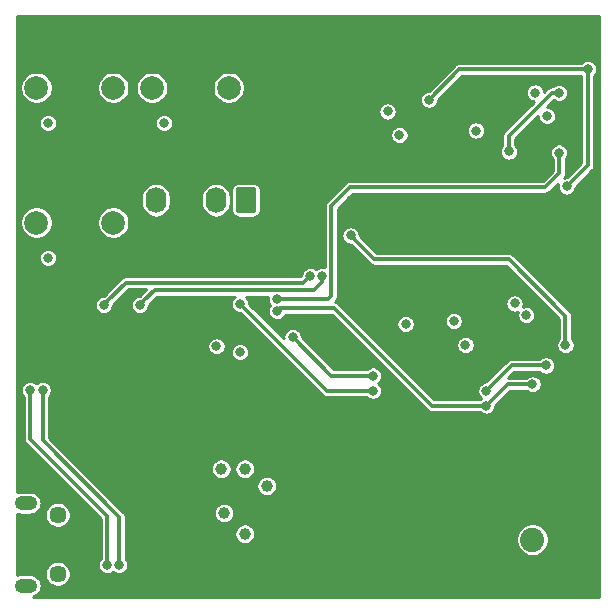
<source format=gbr>
G04 #@! TF.GenerationSoftware,KiCad,Pcbnew,(5.1.5)-3*
G04 #@! TF.CreationDate,2020-05-17T16:05:08+01:00*
G04 #@! TF.ProjectId,Chronos,4368726f-6e6f-4732-9e6b-696361645f70,X301*
G04 #@! TF.SameCoordinates,Original*
G04 #@! TF.FileFunction,Copper,L4,Bot*
G04 #@! TF.FilePolarity,Positive*
%FSLAX46Y46*%
G04 Gerber Fmt 4.6, Leading zero omitted, Abs format (unit mm)*
G04 Created by KiCad (PCBNEW (5.1.5)-3) date 2020-05-17 16:05:08*
%MOMM*%
%LPD*%
G04 APERTURE LIST*
%ADD10C,2.000000*%
%ADD11C,2.250000*%
%ADD12C,2.050000*%
%ADD13O,1.740000X2.200000*%
%ADD14C,0.100000*%
%ADD15O,1.900000X1.200000*%
%ADD16C,1.450000*%
%ADD17C,0.800000*%
%ADD18C,1.000000*%
%ADD19C,0.350000*%
%ADD20C,0.250000*%
G04 APERTURE END LIST*
D10*
X199300000Y-112000000D03*
X199300000Y-116500000D03*
X192800000Y-112000000D03*
X192800000Y-116500000D03*
X189500000Y-112000000D03*
X189500000Y-116500000D03*
X183000000Y-112000000D03*
X183000000Y-116500000D03*
X189500000Y-123400000D03*
X189500000Y-127900000D03*
X183000000Y-123400000D03*
X183000000Y-127900000D03*
D11*
X222460000Y-157290000D03*
X222460000Y-152210000D03*
X227540000Y-152210000D03*
X227540000Y-157290000D03*
D12*
X225000000Y-154750000D03*
D13*
X193130000Y-126000000D03*
X195670000Y-126000000D03*
X198210000Y-126000000D03*
G04 #@! TA.AperFunction,ComponentPad*
D14*
G36*
X201394505Y-124901204D02*
G01*
X201418773Y-124904804D01*
X201442572Y-124910765D01*
X201465671Y-124919030D01*
X201487850Y-124929520D01*
X201508893Y-124942132D01*
X201528599Y-124956747D01*
X201546777Y-124973223D01*
X201563253Y-124991401D01*
X201577868Y-125011107D01*
X201590480Y-125032150D01*
X201600970Y-125054329D01*
X201609235Y-125077428D01*
X201615196Y-125101227D01*
X201618796Y-125125495D01*
X201620000Y-125149999D01*
X201620000Y-126850001D01*
X201618796Y-126874505D01*
X201615196Y-126898773D01*
X201609235Y-126922572D01*
X201600970Y-126945671D01*
X201590480Y-126967850D01*
X201577868Y-126988893D01*
X201563253Y-127008599D01*
X201546777Y-127026777D01*
X201528599Y-127043253D01*
X201508893Y-127057868D01*
X201487850Y-127070480D01*
X201465671Y-127080970D01*
X201442572Y-127089235D01*
X201418773Y-127095196D01*
X201394505Y-127098796D01*
X201370001Y-127100000D01*
X200129999Y-127100000D01*
X200105495Y-127098796D01*
X200081227Y-127095196D01*
X200057428Y-127089235D01*
X200034329Y-127080970D01*
X200012150Y-127070480D01*
X199991107Y-127057868D01*
X199971401Y-127043253D01*
X199953223Y-127026777D01*
X199936747Y-127008599D01*
X199922132Y-126988893D01*
X199909520Y-126967850D01*
X199899030Y-126945671D01*
X199890765Y-126922572D01*
X199884804Y-126898773D01*
X199881204Y-126874505D01*
X199880000Y-126850001D01*
X199880000Y-125149999D01*
X199881204Y-125125495D01*
X199884804Y-125101227D01*
X199890765Y-125077428D01*
X199899030Y-125054329D01*
X199909520Y-125032150D01*
X199922132Y-125011107D01*
X199936747Y-124991401D01*
X199953223Y-124973223D01*
X199971401Y-124956747D01*
X199991107Y-124942132D01*
X200012150Y-124929520D01*
X200034329Y-124919030D01*
X200057428Y-124910765D01*
X200081227Y-124904804D01*
X200105495Y-124901204D01*
X200129999Y-124900000D01*
X201370001Y-124900000D01*
X201394505Y-124901204D01*
G37*
G04 #@! TD.AperFunction*
D15*
X182112500Y-158650000D03*
X182112500Y-151650000D03*
D16*
X184812500Y-157650000D03*
X184812500Y-152650000D03*
D17*
X223265000Y-117900000D03*
X223265000Y-118900000D03*
X184600000Y-144060000D03*
X190800000Y-138460000D03*
X189800000Y-138460000D03*
X192100000Y-145400000D03*
D18*
X193650000Y-147250000D03*
X196150000Y-149250000D03*
X202500000Y-153600000D03*
X196150000Y-147250000D03*
X186791249Y-151800000D03*
D17*
X187800000Y-130300000D03*
X187800000Y-131375000D03*
X185250000Y-138460000D03*
X187300000Y-134800000D03*
X200250000Y-135915000D03*
X198250000Y-136465000D03*
X204750000Y-147600000D03*
X202500000Y-147600000D03*
X211500000Y-139595000D03*
X211500000Y-143405000D03*
X216365000Y-138250000D03*
X216365000Y-137250000D03*
X226800000Y-145800000D03*
X221515000Y-136750000D03*
X221515000Y-135750000D03*
X229735000Y-130900000D03*
X228550000Y-127850000D03*
X225000000Y-124085000D03*
X217235000Y-134500000D03*
X217235000Y-133500000D03*
X217235000Y-132500000D03*
X217235000Y-129500000D03*
X215725000Y-126450000D03*
X210600000Y-126030000D03*
X209600000Y-126030000D03*
X219200000Y-124020000D03*
X218200000Y-124020000D03*
X217200000Y-124020000D03*
X210765000Y-120500000D03*
X210765000Y-119500000D03*
X218205000Y-119500000D03*
X218205000Y-118500000D03*
X186300000Y-156900000D03*
X185900000Y-142090000D03*
X225235000Y-116900000D03*
X226235000Y-118900000D03*
X212735000Y-118500000D03*
X213735000Y-120500000D03*
X220200000Y-120115000D03*
X214265000Y-136485000D03*
X223485000Y-134750000D03*
X198250000Y-138385000D03*
X200250000Y-138885000D03*
X218335000Y-136250000D03*
X219335000Y-138250000D03*
X193800000Y-119485000D03*
X184000000Y-119485000D03*
X184000000Y-130885000D03*
D18*
X200650000Y-154250000D03*
X198900000Y-152500000D03*
X198650000Y-148750000D03*
X202500000Y-150200000D03*
X200650000Y-148750000D03*
D17*
X224485000Y-135750000D03*
X221100000Y-142135000D03*
X226150000Y-140000000D03*
X225000000Y-141600000D03*
X203400000Y-135400000D03*
X221100000Y-143405000D03*
X223000000Y-121885000D03*
X227250000Y-116915000D03*
X203400000Y-134400000D03*
X227264431Y-121985569D03*
X227900000Y-124850000D03*
X229685000Y-114915000D03*
X216235000Y-117500000D03*
X227800000Y-138300000D03*
X209600000Y-129000000D03*
X189000000Y-156900000D03*
X182475000Y-142090000D03*
X190000000Y-156900000D03*
X183537500Y-142090000D03*
X211500000Y-140865000D03*
X204700000Y-137600000D03*
X206200000Y-132400000D03*
X188700000Y-134890000D03*
X207200000Y-132400000D03*
X191750000Y-134890000D03*
X211500000Y-142135000D03*
X200250000Y-134800000D03*
D19*
X223235000Y-140000000D02*
X221100000Y-142135000D01*
X226150000Y-140000000D02*
X223235000Y-140000000D01*
X221100000Y-143405000D02*
X216457002Y-143405000D01*
X225000000Y-141600000D02*
X222905000Y-141600000D01*
X216457002Y-143405000D02*
X208227003Y-135175001D01*
X222905000Y-141600000D02*
X221100000Y-143405000D01*
X208227003Y-135175001D02*
X203624999Y-135175001D01*
X203624999Y-135175001D02*
X203400000Y-135400000D01*
X223000000Y-121319315D02*
X223000000Y-121885000D01*
X223000000Y-120599315D02*
X223000000Y-121319315D01*
X226684315Y-116915000D02*
X223000000Y-120599315D01*
X227250000Y-116915000D02*
X226684315Y-116915000D01*
X207975001Y-126507997D02*
X209582998Y-124900000D01*
X203400000Y-134400000D02*
X207700000Y-134400000D01*
X207700000Y-134400000D02*
X207975001Y-134124999D01*
X227264431Y-122551254D02*
X227264431Y-121985569D01*
X226100000Y-124900000D02*
X227264431Y-123735569D01*
X227264431Y-123735569D02*
X227264431Y-122551254D01*
X207975001Y-134124999D02*
X207975001Y-126507997D01*
X209582998Y-124900000D02*
X226100000Y-124900000D01*
X218820000Y-114915000D02*
X216235000Y-117500000D01*
X229685000Y-114915000D02*
X218820000Y-114915000D01*
X229685000Y-123065000D02*
X227900000Y-124850000D01*
X229685000Y-114915000D02*
X229685000Y-123065000D01*
X209999999Y-129399999D02*
X209600000Y-129000000D01*
X211600000Y-131000000D02*
X209999999Y-129399999D01*
X223000000Y-131000000D02*
X211600000Y-131000000D01*
X227800000Y-138300000D02*
X227800000Y-135800000D01*
X227800000Y-135800000D02*
X223000000Y-131000000D01*
X182475000Y-142655685D02*
X182475000Y-142090000D01*
X182475000Y-146225000D02*
X182475000Y-142655685D01*
X189000000Y-156900000D02*
X189000000Y-152750000D01*
X189000000Y-152750000D02*
X182475000Y-146225000D01*
X183537500Y-146337500D02*
X183537500Y-142655685D01*
X190000000Y-156900000D02*
X190000000Y-152800000D01*
X183537500Y-142655685D02*
X183537500Y-142090000D01*
X190000000Y-152800000D02*
X183537500Y-146337500D01*
X207965000Y-140865000D02*
X204700000Y-137600000D01*
X211500000Y-140865000D02*
X207965000Y-140865000D01*
X189099999Y-134490001D02*
X188700000Y-134890000D01*
X190590000Y-133000000D02*
X189099999Y-134490001D01*
X206200000Y-132400000D02*
X205600000Y-133000000D01*
X205600000Y-133000000D02*
X190590000Y-133000000D01*
X192149999Y-134490001D02*
X191750000Y-134890000D01*
X206540686Y-133624999D02*
X193015001Y-133624999D01*
X207200000Y-132965685D02*
X206540686Y-133624999D01*
X193015001Y-133624999D02*
X192149999Y-134490001D01*
X207200000Y-132400000D02*
X207200000Y-132965685D01*
X207585000Y-142135000D02*
X200250000Y-134800000D01*
X211500000Y-142135000D02*
X207585000Y-142135000D01*
D20*
G36*
X230600001Y-159600000D02*
G01*
X182689539Y-159600000D01*
X182837421Y-159555140D01*
X183006802Y-159464605D01*
X183155265Y-159342765D01*
X183277105Y-159194302D01*
X183367640Y-159024921D01*
X183423392Y-158841133D01*
X183442217Y-158650000D01*
X183423392Y-158458867D01*
X183367640Y-158275079D01*
X183277105Y-158105698D01*
X183155265Y-157957235D01*
X183006802Y-157835395D01*
X182837421Y-157744860D01*
X182653633Y-157689108D01*
X182510392Y-157675000D01*
X181714608Y-157675000D01*
X181571367Y-157689108D01*
X181400000Y-157741092D01*
X181400000Y-157541659D01*
X183712500Y-157541659D01*
X183712500Y-157758341D01*
X183754773Y-157970858D01*
X183837693Y-158171045D01*
X183958075Y-158351209D01*
X184111291Y-158504425D01*
X184291455Y-158624807D01*
X184491642Y-158707727D01*
X184704159Y-158750000D01*
X184920841Y-158750000D01*
X185133358Y-158707727D01*
X185333545Y-158624807D01*
X185513709Y-158504425D01*
X185666925Y-158351209D01*
X185787307Y-158171045D01*
X185870227Y-157970858D01*
X185912500Y-157758341D01*
X185912500Y-157541659D01*
X185870227Y-157329142D01*
X185787307Y-157128955D01*
X185666925Y-156948791D01*
X185513709Y-156795575D01*
X185333545Y-156675193D01*
X185133358Y-156592273D01*
X184920841Y-156550000D01*
X184704159Y-156550000D01*
X184491642Y-156592273D01*
X184291455Y-156675193D01*
X184111291Y-156795575D01*
X183958075Y-156948791D01*
X183837693Y-157128955D01*
X183754773Y-157329142D01*
X183712500Y-157541659D01*
X181400000Y-157541659D01*
X181400000Y-152558908D01*
X181571367Y-152610892D01*
X181714608Y-152625000D01*
X182510392Y-152625000D01*
X182653633Y-152610892D01*
X182837421Y-152555140D01*
X182862642Y-152541659D01*
X183712500Y-152541659D01*
X183712500Y-152758341D01*
X183754773Y-152970858D01*
X183837693Y-153171045D01*
X183958075Y-153351209D01*
X184111291Y-153504425D01*
X184291455Y-153624807D01*
X184491642Y-153707727D01*
X184704159Y-153750000D01*
X184920841Y-153750000D01*
X185133358Y-153707727D01*
X185333545Y-153624807D01*
X185513709Y-153504425D01*
X185666925Y-153351209D01*
X185787307Y-153171045D01*
X185870227Y-152970858D01*
X185912500Y-152758341D01*
X185912500Y-152541659D01*
X185870227Y-152329142D01*
X185787307Y-152128955D01*
X185666925Y-151948791D01*
X185513709Y-151795575D01*
X185333545Y-151675193D01*
X185133358Y-151592273D01*
X184920841Y-151550000D01*
X184704159Y-151550000D01*
X184491642Y-151592273D01*
X184291455Y-151675193D01*
X184111291Y-151795575D01*
X183958075Y-151948791D01*
X183837693Y-152128955D01*
X183754773Y-152329142D01*
X183712500Y-152541659D01*
X182862642Y-152541659D01*
X183006802Y-152464605D01*
X183155265Y-152342765D01*
X183277105Y-152194302D01*
X183367640Y-152024921D01*
X183423392Y-151841133D01*
X183442217Y-151650000D01*
X183423392Y-151458867D01*
X183367640Y-151275079D01*
X183277105Y-151105698D01*
X183155265Y-150957235D01*
X183006802Y-150835395D01*
X182837421Y-150744860D01*
X182653633Y-150689108D01*
X182510392Y-150675000D01*
X181714608Y-150675000D01*
X181571367Y-150689108D01*
X181400000Y-150741092D01*
X181400000Y-142013669D01*
X181700000Y-142013669D01*
X181700000Y-142166331D01*
X181729783Y-142316059D01*
X181788204Y-142457100D01*
X181873018Y-142584034D01*
X181925000Y-142636016D01*
X181925000Y-142682702D01*
X181925001Y-142682712D01*
X181925000Y-146197992D01*
X181922340Y-146225000D01*
X181925000Y-146252008D01*
X181925000Y-146252017D01*
X181932958Y-146332818D01*
X181964408Y-146436493D01*
X182015479Y-146532042D01*
X182084210Y-146615790D01*
X182105196Y-146633013D01*
X188450001Y-152977818D01*
X188450000Y-156353984D01*
X188398018Y-156405966D01*
X188313204Y-156532900D01*
X188254783Y-156673941D01*
X188225000Y-156823669D01*
X188225000Y-156976331D01*
X188254783Y-157126059D01*
X188313204Y-157267100D01*
X188398018Y-157394034D01*
X188505966Y-157501982D01*
X188632900Y-157586796D01*
X188773941Y-157645217D01*
X188923669Y-157675000D01*
X189076331Y-157675000D01*
X189226059Y-157645217D01*
X189367100Y-157586796D01*
X189494034Y-157501982D01*
X189500000Y-157496016D01*
X189505966Y-157501982D01*
X189632900Y-157586796D01*
X189773941Y-157645217D01*
X189923669Y-157675000D01*
X190076331Y-157675000D01*
X190226059Y-157645217D01*
X190367100Y-157586796D01*
X190494034Y-157501982D01*
X190601982Y-157394034D01*
X190686796Y-157267100D01*
X190745217Y-157126059D01*
X190775000Y-156976331D01*
X190775000Y-156823669D01*
X190745217Y-156673941D01*
X190686796Y-156532900D01*
X190601982Y-156405966D01*
X190550000Y-156353984D01*
X190550000Y-154163820D01*
X199775000Y-154163820D01*
X199775000Y-154336180D01*
X199808626Y-154505228D01*
X199874585Y-154664468D01*
X199970343Y-154807780D01*
X200092220Y-154929657D01*
X200235532Y-155025415D01*
X200394772Y-155091374D01*
X200563820Y-155125000D01*
X200736180Y-155125000D01*
X200905228Y-155091374D01*
X201064468Y-155025415D01*
X201207780Y-154929657D01*
X201329657Y-154807780D01*
X201425415Y-154664468D01*
X201447101Y-154612112D01*
X223600000Y-154612112D01*
X223600000Y-154887888D01*
X223653801Y-155158365D01*
X223759336Y-155413149D01*
X223912549Y-155642448D01*
X224107552Y-155837451D01*
X224336851Y-155990664D01*
X224591635Y-156096199D01*
X224862112Y-156150000D01*
X225137888Y-156150000D01*
X225408365Y-156096199D01*
X225663149Y-155990664D01*
X225892448Y-155837451D01*
X226087451Y-155642448D01*
X226240664Y-155413149D01*
X226346199Y-155158365D01*
X226400000Y-154887888D01*
X226400000Y-154612112D01*
X226346199Y-154341635D01*
X226240664Y-154086851D01*
X226087451Y-153857552D01*
X225892448Y-153662549D01*
X225663149Y-153509336D01*
X225408365Y-153403801D01*
X225137888Y-153350000D01*
X224862112Y-153350000D01*
X224591635Y-153403801D01*
X224336851Y-153509336D01*
X224107552Y-153662549D01*
X223912549Y-153857552D01*
X223759336Y-154086851D01*
X223653801Y-154341635D01*
X223600000Y-154612112D01*
X201447101Y-154612112D01*
X201491374Y-154505228D01*
X201525000Y-154336180D01*
X201525000Y-154163820D01*
X201491374Y-153994772D01*
X201425415Y-153835532D01*
X201329657Y-153692220D01*
X201207780Y-153570343D01*
X201064468Y-153474585D01*
X200905228Y-153408626D01*
X200736180Y-153375000D01*
X200563820Y-153375000D01*
X200394772Y-153408626D01*
X200235532Y-153474585D01*
X200092220Y-153570343D01*
X199970343Y-153692220D01*
X199874585Y-153835532D01*
X199808626Y-153994772D01*
X199775000Y-154163820D01*
X190550000Y-154163820D01*
X190550000Y-152827007D01*
X190552660Y-152799999D01*
X190550000Y-152772991D01*
X190550000Y-152772982D01*
X190542042Y-152692181D01*
X190510592Y-152588506D01*
X190483866Y-152538505D01*
X190459521Y-152492957D01*
X190408013Y-152430195D01*
X190408008Y-152430190D01*
X190394574Y-152413820D01*
X198025000Y-152413820D01*
X198025000Y-152586180D01*
X198058626Y-152755228D01*
X198124585Y-152914468D01*
X198220343Y-153057780D01*
X198342220Y-153179657D01*
X198485532Y-153275415D01*
X198644772Y-153341374D01*
X198813820Y-153375000D01*
X198986180Y-153375000D01*
X199155228Y-153341374D01*
X199314468Y-153275415D01*
X199457780Y-153179657D01*
X199579657Y-153057780D01*
X199675415Y-152914468D01*
X199741374Y-152755228D01*
X199775000Y-152586180D01*
X199775000Y-152413820D01*
X199741374Y-152244772D01*
X199675415Y-152085532D01*
X199579657Y-151942220D01*
X199457780Y-151820343D01*
X199314468Y-151724585D01*
X199155228Y-151658626D01*
X198986180Y-151625000D01*
X198813820Y-151625000D01*
X198644772Y-151658626D01*
X198485532Y-151724585D01*
X198342220Y-151820343D01*
X198220343Y-151942220D01*
X198124585Y-152085532D01*
X198058626Y-152244772D01*
X198025000Y-152413820D01*
X190394574Y-152413820D01*
X190390790Y-152409210D01*
X190369810Y-152391992D01*
X188091638Y-150113820D01*
X201625000Y-150113820D01*
X201625000Y-150286180D01*
X201658626Y-150455228D01*
X201724585Y-150614468D01*
X201820343Y-150757780D01*
X201942220Y-150879657D01*
X202085532Y-150975415D01*
X202244772Y-151041374D01*
X202413820Y-151075000D01*
X202586180Y-151075000D01*
X202755228Y-151041374D01*
X202914468Y-150975415D01*
X203057780Y-150879657D01*
X203179657Y-150757780D01*
X203275415Y-150614468D01*
X203341374Y-150455228D01*
X203375000Y-150286180D01*
X203375000Y-150113820D01*
X203341374Y-149944772D01*
X203275415Y-149785532D01*
X203179657Y-149642220D01*
X203057780Y-149520343D01*
X202914468Y-149424585D01*
X202755228Y-149358626D01*
X202586180Y-149325000D01*
X202413820Y-149325000D01*
X202244772Y-149358626D01*
X202085532Y-149424585D01*
X201942220Y-149520343D01*
X201820343Y-149642220D01*
X201724585Y-149785532D01*
X201658626Y-149944772D01*
X201625000Y-150113820D01*
X188091638Y-150113820D01*
X186641638Y-148663820D01*
X197775000Y-148663820D01*
X197775000Y-148836180D01*
X197808626Y-149005228D01*
X197874585Y-149164468D01*
X197970343Y-149307780D01*
X198092220Y-149429657D01*
X198235532Y-149525415D01*
X198394772Y-149591374D01*
X198563820Y-149625000D01*
X198736180Y-149625000D01*
X198905228Y-149591374D01*
X199064468Y-149525415D01*
X199207780Y-149429657D01*
X199329657Y-149307780D01*
X199425415Y-149164468D01*
X199491374Y-149005228D01*
X199525000Y-148836180D01*
X199525000Y-148663820D01*
X199775000Y-148663820D01*
X199775000Y-148836180D01*
X199808626Y-149005228D01*
X199874585Y-149164468D01*
X199970343Y-149307780D01*
X200092220Y-149429657D01*
X200235532Y-149525415D01*
X200394772Y-149591374D01*
X200563820Y-149625000D01*
X200736180Y-149625000D01*
X200905228Y-149591374D01*
X201064468Y-149525415D01*
X201207780Y-149429657D01*
X201329657Y-149307780D01*
X201425415Y-149164468D01*
X201491374Y-149005228D01*
X201525000Y-148836180D01*
X201525000Y-148663820D01*
X201491374Y-148494772D01*
X201425415Y-148335532D01*
X201329657Y-148192220D01*
X201207780Y-148070343D01*
X201064468Y-147974585D01*
X200905228Y-147908626D01*
X200736180Y-147875000D01*
X200563820Y-147875000D01*
X200394772Y-147908626D01*
X200235532Y-147974585D01*
X200092220Y-148070343D01*
X199970343Y-148192220D01*
X199874585Y-148335532D01*
X199808626Y-148494772D01*
X199775000Y-148663820D01*
X199525000Y-148663820D01*
X199491374Y-148494772D01*
X199425415Y-148335532D01*
X199329657Y-148192220D01*
X199207780Y-148070343D01*
X199064468Y-147974585D01*
X198905228Y-147908626D01*
X198736180Y-147875000D01*
X198563820Y-147875000D01*
X198394772Y-147908626D01*
X198235532Y-147974585D01*
X198092220Y-148070343D01*
X197970343Y-148192220D01*
X197874585Y-148335532D01*
X197808626Y-148494772D01*
X197775000Y-148663820D01*
X186641638Y-148663820D01*
X184087500Y-146109683D01*
X184087500Y-142636016D01*
X184139482Y-142584034D01*
X184224296Y-142457100D01*
X184282717Y-142316059D01*
X184312500Y-142166331D01*
X184312500Y-142013669D01*
X184282717Y-141863941D01*
X184224296Y-141722900D01*
X184139482Y-141595966D01*
X184031534Y-141488018D01*
X183904600Y-141403204D01*
X183763559Y-141344783D01*
X183613831Y-141315000D01*
X183461169Y-141315000D01*
X183311441Y-141344783D01*
X183170400Y-141403204D01*
X183043466Y-141488018D01*
X183006250Y-141525234D01*
X182969034Y-141488018D01*
X182842100Y-141403204D01*
X182701059Y-141344783D01*
X182551331Y-141315000D01*
X182398669Y-141315000D01*
X182248941Y-141344783D01*
X182107900Y-141403204D01*
X181980966Y-141488018D01*
X181873018Y-141595966D01*
X181788204Y-141722900D01*
X181729783Y-141863941D01*
X181700000Y-142013669D01*
X181400000Y-142013669D01*
X181400000Y-138308669D01*
X197475000Y-138308669D01*
X197475000Y-138461331D01*
X197504783Y-138611059D01*
X197563204Y-138752100D01*
X197648018Y-138879034D01*
X197755966Y-138986982D01*
X197882900Y-139071796D01*
X198023941Y-139130217D01*
X198173669Y-139160000D01*
X198326331Y-139160000D01*
X198476059Y-139130217D01*
X198617100Y-139071796D01*
X198744034Y-138986982D01*
X198851982Y-138879034D01*
X198898998Y-138808669D01*
X199475000Y-138808669D01*
X199475000Y-138961331D01*
X199504783Y-139111059D01*
X199563204Y-139252100D01*
X199648018Y-139379034D01*
X199755966Y-139486982D01*
X199882900Y-139571796D01*
X200023941Y-139630217D01*
X200173669Y-139660000D01*
X200326331Y-139660000D01*
X200476059Y-139630217D01*
X200617100Y-139571796D01*
X200744034Y-139486982D01*
X200851982Y-139379034D01*
X200936796Y-139252100D01*
X200995217Y-139111059D01*
X201025000Y-138961331D01*
X201025000Y-138808669D01*
X200995217Y-138658941D01*
X200936796Y-138517900D01*
X200851982Y-138390966D01*
X200744034Y-138283018D01*
X200617100Y-138198204D01*
X200476059Y-138139783D01*
X200326331Y-138110000D01*
X200173669Y-138110000D01*
X200023941Y-138139783D01*
X199882900Y-138198204D01*
X199755966Y-138283018D01*
X199648018Y-138390966D01*
X199563204Y-138517900D01*
X199504783Y-138658941D01*
X199475000Y-138808669D01*
X198898998Y-138808669D01*
X198936796Y-138752100D01*
X198995217Y-138611059D01*
X199025000Y-138461331D01*
X199025000Y-138308669D01*
X198995217Y-138158941D01*
X198936796Y-138017900D01*
X198851982Y-137890966D01*
X198744034Y-137783018D01*
X198617100Y-137698204D01*
X198476059Y-137639783D01*
X198326331Y-137610000D01*
X198173669Y-137610000D01*
X198023941Y-137639783D01*
X197882900Y-137698204D01*
X197755966Y-137783018D01*
X197648018Y-137890966D01*
X197563204Y-138017900D01*
X197504783Y-138158941D01*
X197475000Y-138308669D01*
X181400000Y-138308669D01*
X181400000Y-134813669D01*
X187925000Y-134813669D01*
X187925000Y-134966331D01*
X187954783Y-135116059D01*
X188013204Y-135257100D01*
X188098018Y-135384034D01*
X188205966Y-135491982D01*
X188332900Y-135576796D01*
X188473941Y-135635217D01*
X188623669Y-135665000D01*
X188776331Y-135665000D01*
X188926059Y-135635217D01*
X189067100Y-135576796D01*
X189194034Y-135491982D01*
X189301982Y-135384034D01*
X189386796Y-135257100D01*
X189445217Y-135116059D01*
X189475000Y-134966331D01*
X189475000Y-134892818D01*
X189508012Y-134859806D01*
X189508017Y-134859800D01*
X190817817Y-133550000D01*
X192312183Y-133550000D01*
X191780200Y-134081983D01*
X191780194Y-134081988D01*
X191747182Y-134115000D01*
X191673669Y-134115000D01*
X191523941Y-134144783D01*
X191382900Y-134203204D01*
X191255966Y-134288018D01*
X191148018Y-134395966D01*
X191063204Y-134522900D01*
X191004783Y-134663941D01*
X190975000Y-134813669D01*
X190975000Y-134966331D01*
X191004783Y-135116059D01*
X191063204Y-135257100D01*
X191148018Y-135384034D01*
X191255966Y-135491982D01*
X191382900Y-135576796D01*
X191523941Y-135635217D01*
X191673669Y-135665000D01*
X191826331Y-135665000D01*
X191976059Y-135635217D01*
X192117100Y-135576796D01*
X192244034Y-135491982D01*
X192351982Y-135384034D01*
X192436796Y-135257100D01*
X192495217Y-135116059D01*
X192525000Y-134966331D01*
X192525000Y-134892818D01*
X192558012Y-134859806D01*
X192558017Y-134859800D01*
X193242818Y-134174999D01*
X199790417Y-134174999D01*
X199755966Y-134198018D01*
X199648018Y-134305966D01*
X199563204Y-134432900D01*
X199504783Y-134573941D01*
X199475000Y-134723669D01*
X199475000Y-134876331D01*
X199504783Y-135026059D01*
X199563204Y-135167100D01*
X199648018Y-135294034D01*
X199755966Y-135401982D01*
X199882900Y-135486796D01*
X200023941Y-135545217D01*
X200173669Y-135575000D01*
X200247183Y-135575000D01*
X207176992Y-142504810D01*
X207194210Y-142525790D01*
X207215190Y-142543008D01*
X207215195Y-142543013D01*
X207265180Y-142584034D01*
X207277958Y-142594521D01*
X207373506Y-142645592D01*
X207477181Y-142677042D01*
X207557982Y-142685000D01*
X207557991Y-142685000D01*
X207584999Y-142687660D01*
X207612007Y-142685000D01*
X210953984Y-142685000D01*
X211005966Y-142736982D01*
X211132900Y-142821796D01*
X211273941Y-142880217D01*
X211423669Y-142910000D01*
X211576331Y-142910000D01*
X211726059Y-142880217D01*
X211867100Y-142821796D01*
X211994034Y-142736982D01*
X212101982Y-142629034D01*
X212186796Y-142502100D01*
X212245217Y-142361059D01*
X212275000Y-142211331D01*
X212275000Y-142058669D01*
X212245217Y-141908941D01*
X212186796Y-141767900D01*
X212101982Y-141640966D01*
X211994034Y-141533018D01*
X211944619Y-141500000D01*
X211994034Y-141466982D01*
X212101982Y-141359034D01*
X212186796Y-141232100D01*
X212245217Y-141091059D01*
X212275000Y-140941331D01*
X212275000Y-140788669D01*
X212245217Y-140638941D01*
X212186796Y-140497900D01*
X212101982Y-140370966D01*
X211994034Y-140263018D01*
X211867100Y-140178204D01*
X211726059Y-140119783D01*
X211576331Y-140090000D01*
X211423669Y-140090000D01*
X211273941Y-140119783D01*
X211132900Y-140178204D01*
X211005966Y-140263018D01*
X210953984Y-140315000D01*
X208192818Y-140315000D01*
X205475000Y-137597183D01*
X205475000Y-137523669D01*
X205445217Y-137373941D01*
X205386796Y-137232900D01*
X205301982Y-137105966D01*
X205194034Y-136998018D01*
X205067100Y-136913204D01*
X204926059Y-136854783D01*
X204776331Y-136825000D01*
X204623669Y-136825000D01*
X204473941Y-136854783D01*
X204332900Y-136913204D01*
X204205966Y-136998018D01*
X204098018Y-137105966D01*
X204013204Y-137232900D01*
X203954783Y-137373941D01*
X203925000Y-137523669D01*
X203925000Y-137676331D01*
X203930178Y-137702360D01*
X201025000Y-134797183D01*
X201025000Y-134723669D01*
X200995217Y-134573941D01*
X200936796Y-134432900D01*
X200851982Y-134305966D01*
X200744034Y-134198018D01*
X200709583Y-134174999D01*
X202654573Y-134174999D01*
X202625000Y-134323669D01*
X202625000Y-134476331D01*
X202654783Y-134626059D01*
X202713204Y-134767100D01*
X202798018Y-134894034D01*
X202803984Y-134900000D01*
X202798018Y-134905966D01*
X202713204Y-135032900D01*
X202654783Y-135173941D01*
X202625000Y-135323669D01*
X202625000Y-135476331D01*
X202654783Y-135626059D01*
X202713204Y-135767100D01*
X202798018Y-135894034D01*
X202905966Y-136001982D01*
X203032900Y-136086796D01*
X203173941Y-136145217D01*
X203323669Y-136175000D01*
X203476331Y-136175000D01*
X203626059Y-136145217D01*
X203767100Y-136086796D01*
X203894034Y-136001982D01*
X204001982Y-135894034D01*
X204086796Y-135767100D01*
X204104234Y-135725001D01*
X207999186Y-135725001D01*
X216048994Y-143774810D01*
X216066212Y-143795790D01*
X216087192Y-143813008D01*
X216087197Y-143813013D01*
X216139099Y-143855607D01*
X216149960Y-143864521D01*
X216245508Y-143915592D01*
X216349183Y-143947042D01*
X216429984Y-143955000D01*
X216429993Y-143955000D01*
X216457001Y-143957660D01*
X216484009Y-143955000D01*
X220553984Y-143955000D01*
X220605966Y-144006982D01*
X220732900Y-144091796D01*
X220873941Y-144150217D01*
X221023669Y-144180000D01*
X221176331Y-144180000D01*
X221326059Y-144150217D01*
X221467100Y-144091796D01*
X221594034Y-144006982D01*
X221701982Y-143899034D01*
X221786796Y-143772100D01*
X221845217Y-143631059D01*
X221875000Y-143481331D01*
X221875000Y-143407817D01*
X223132818Y-142150000D01*
X224453984Y-142150000D01*
X224505966Y-142201982D01*
X224632900Y-142286796D01*
X224773941Y-142345217D01*
X224923669Y-142375000D01*
X225076331Y-142375000D01*
X225226059Y-142345217D01*
X225367100Y-142286796D01*
X225494034Y-142201982D01*
X225601982Y-142094034D01*
X225686796Y-141967100D01*
X225745217Y-141826059D01*
X225775000Y-141676331D01*
X225775000Y-141523669D01*
X225745217Y-141373941D01*
X225686796Y-141232900D01*
X225601982Y-141105966D01*
X225494034Y-140998018D01*
X225367100Y-140913204D01*
X225226059Y-140854783D01*
X225076331Y-140825000D01*
X224923669Y-140825000D01*
X224773941Y-140854783D01*
X224632900Y-140913204D01*
X224505966Y-140998018D01*
X224453984Y-141050000D01*
X222962818Y-141050000D01*
X223462818Y-140550000D01*
X225603984Y-140550000D01*
X225655966Y-140601982D01*
X225782900Y-140686796D01*
X225923941Y-140745217D01*
X226073669Y-140775000D01*
X226226331Y-140775000D01*
X226376059Y-140745217D01*
X226517100Y-140686796D01*
X226644034Y-140601982D01*
X226751982Y-140494034D01*
X226836796Y-140367100D01*
X226895217Y-140226059D01*
X226925000Y-140076331D01*
X226925000Y-139923669D01*
X226895217Y-139773941D01*
X226836796Y-139632900D01*
X226751982Y-139505966D01*
X226644034Y-139398018D01*
X226517100Y-139313204D01*
X226376059Y-139254783D01*
X226226331Y-139225000D01*
X226073669Y-139225000D01*
X225923941Y-139254783D01*
X225782900Y-139313204D01*
X225655966Y-139398018D01*
X225603984Y-139450000D01*
X223262008Y-139450000D01*
X223235000Y-139447340D01*
X223207992Y-139450000D01*
X223207982Y-139450000D01*
X223127181Y-139457958D01*
X223023506Y-139489408D01*
X222992528Y-139505966D01*
X222927958Y-139540479D01*
X222865195Y-139591987D01*
X222865190Y-139591992D01*
X222844210Y-139609210D01*
X222826992Y-139630190D01*
X221097183Y-141360000D01*
X221023669Y-141360000D01*
X220873941Y-141389783D01*
X220732900Y-141448204D01*
X220605966Y-141533018D01*
X220498018Y-141640966D01*
X220413204Y-141767900D01*
X220354783Y-141908941D01*
X220325000Y-142058669D01*
X220325000Y-142211331D01*
X220354783Y-142361059D01*
X220413204Y-142502100D01*
X220498018Y-142629034D01*
X220605966Y-142736982D01*
X220655381Y-142770000D01*
X220605966Y-142803018D01*
X220553984Y-142855000D01*
X216684820Y-142855000D01*
X212003489Y-138173669D01*
X218560000Y-138173669D01*
X218560000Y-138326331D01*
X218589783Y-138476059D01*
X218648204Y-138617100D01*
X218733018Y-138744034D01*
X218840966Y-138851982D01*
X218967900Y-138936796D01*
X219108941Y-138995217D01*
X219258669Y-139025000D01*
X219411331Y-139025000D01*
X219561059Y-138995217D01*
X219702100Y-138936796D01*
X219829034Y-138851982D01*
X219936982Y-138744034D01*
X220021796Y-138617100D01*
X220080217Y-138476059D01*
X220110000Y-138326331D01*
X220110000Y-138173669D01*
X220080217Y-138023941D01*
X220021796Y-137882900D01*
X219936982Y-137755966D01*
X219829034Y-137648018D01*
X219702100Y-137563204D01*
X219561059Y-137504783D01*
X219411331Y-137475000D01*
X219258669Y-137475000D01*
X219108941Y-137504783D01*
X218967900Y-137563204D01*
X218840966Y-137648018D01*
X218733018Y-137755966D01*
X218648204Y-137882900D01*
X218589783Y-138023941D01*
X218560000Y-138173669D01*
X212003489Y-138173669D01*
X210238489Y-136408669D01*
X213490000Y-136408669D01*
X213490000Y-136561331D01*
X213519783Y-136711059D01*
X213578204Y-136852100D01*
X213663018Y-136979034D01*
X213770966Y-137086982D01*
X213897900Y-137171796D01*
X214038941Y-137230217D01*
X214188669Y-137260000D01*
X214341331Y-137260000D01*
X214491059Y-137230217D01*
X214632100Y-137171796D01*
X214759034Y-137086982D01*
X214866982Y-136979034D01*
X214951796Y-136852100D01*
X215010217Y-136711059D01*
X215040000Y-136561331D01*
X215040000Y-136408669D01*
X215010217Y-136258941D01*
X214974897Y-136173669D01*
X217560000Y-136173669D01*
X217560000Y-136326331D01*
X217589783Y-136476059D01*
X217648204Y-136617100D01*
X217733018Y-136744034D01*
X217840966Y-136851982D01*
X217967900Y-136936796D01*
X218108941Y-136995217D01*
X218258669Y-137025000D01*
X218411331Y-137025000D01*
X218561059Y-136995217D01*
X218702100Y-136936796D01*
X218829034Y-136851982D01*
X218936982Y-136744034D01*
X219021796Y-136617100D01*
X219080217Y-136476059D01*
X219110000Y-136326331D01*
X219110000Y-136173669D01*
X219080217Y-136023941D01*
X219021796Y-135882900D01*
X218936982Y-135755966D01*
X218829034Y-135648018D01*
X218702100Y-135563204D01*
X218561059Y-135504783D01*
X218411331Y-135475000D01*
X218258669Y-135475000D01*
X218108941Y-135504783D01*
X217967900Y-135563204D01*
X217840966Y-135648018D01*
X217733018Y-135755966D01*
X217648204Y-135882900D01*
X217589783Y-136023941D01*
X217560000Y-136173669D01*
X214974897Y-136173669D01*
X214951796Y-136117900D01*
X214866982Y-135990966D01*
X214759034Y-135883018D01*
X214632100Y-135798204D01*
X214491059Y-135739783D01*
X214341331Y-135710000D01*
X214188669Y-135710000D01*
X214038941Y-135739783D01*
X213897900Y-135798204D01*
X213770966Y-135883018D01*
X213663018Y-135990966D01*
X213578204Y-136117900D01*
X213519783Y-136258941D01*
X213490000Y-136408669D01*
X210238489Y-136408669D01*
X208635016Y-134805197D01*
X208617793Y-134784211D01*
X208534045Y-134715480D01*
X208455822Y-134673669D01*
X222710000Y-134673669D01*
X222710000Y-134826331D01*
X222739783Y-134976059D01*
X222798204Y-135117100D01*
X222883018Y-135244034D01*
X222990966Y-135351982D01*
X223117900Y-135436796D01*
X223258941Y-135495217D01*
X223408669Y-135525000D01*
X223561331Y-135525000D01*
X223711059Y-135495217D01*
X223760094Y-135474906D01*
X223739783Y-135523941D01*
X223710000Y-135673669D01*
X223710000Y-135826331D01*
X223739783Y-135976059D01*
X223798204Y-136117100D01*
X223883018Y-136244034D01*
X223990966Y-136351982D01*
X224117900Y-136436796D01*
X224258941Y-136495217D01*
X224408669Y-136525000D01*
X224561331Y-136525000D01*
X224711059Y-136495217D01*
X224852100Y-136436796D01*
X224979034Y-136351982D01*
X225086982Y-136244034D01*
X225171796Y-136117100D01*
X225230217Y-135976059D01*
X225260000Y-135826331D01*
X225260000Y-135673669D01*
X225230217Y-135523941D01*
X225171796Y-135382900D01*
X225086982Y-135255966D01*
X224979034Y-135148018D01*
X224852100Y-135063204D01*
X224711059Y-135004783D01*
X224561331Y-134975000D01*
X224408669Y-134975000D01*
X224258941Y-135004783D01*
X224209906Y-135025094D01*
X224230217Y-134976059D01*
X224260000Y-134826331D01*
X224260000Y-134673669D01*
X224230217Y-134523941D01*
X224171796Y-134382900D01*
X224086982Y-134255966D01*
X223979034Y-134148018D01*
X223852100Y-134063204D01*
X223711059Y-134004783D01*
X223561331Y-133975000D01*
X223408669Y-133975000D01*
X223258941Y-134004783D01*
X223117900Y-134063204D01*
X222990966Y-134148018D01*
X222883018Y-134255966D01*
X222798204Y-134382900D01*
X222739783Y-134523941D01*
X222710000Y-134673669D01*
X208455822Y-134673669D01*
X208438497Y-134664409D01*
X208334822Y-134632959D01*
X208254021Y-134625001D01*
X208254011Y-134625001D01*
X208252923Y-134624894D01*
X208344805Y-134533012D01*
X208365791Y-134515789D01*
X208434522Y-134432041D01*
X208485593Y-134336493D01*
X208517043Y-134232818D01*
X208525001Y-134152017D01*
X208525001Y-134152008D01*
X208527661Y-134125000D01*
X208525001Y-134097992D01*
X208525001Y-128923669D01*
X208825000Y-128923669D01*
X208825000Y-129076331D01*
X208854783Y-129226059D01*
X208913204Y-129367100D01*
X208998018Y-129494034D01*
X209105966Y-129601982D01*
X209232900Y-129686796D01*
X209373941Y-129745217D01*
X209523669Y-129775000D01*
X209597182Y-129775000D01*
X209630194Y-129808012D01*
X209630199Y-129808016D01*
X211191992Y-131369810D01*
X211209210Y-131390790D01*
X211230190Y-131408008D01*
X211230195Y-131408013D01*
X211292957Y-131459521D01*
X211344028Y-131486818D01*
X211388506Y-131510592D01*
X211492181Y-131542042D01*
X211572982Y-131550000D01*
X211572991Y-131550000D01*
X211599999Y-131552660D01*
X211627007Y-131550000D01*
X222772183Y-131550000D01*
X227250001Y-136027819D01*
X227250000Y-137753984D01*
X227198018Y-137805966D01*
X227113204Y-137932900D01*
X227054783Y-138073941D01*
X227025000Y-138223669D01*
X227025000Y-138376331D01*
X227054783Y-138526059D01*
X227113204Y-138667100D01*
X227198018Y-138794034D01*
X227305966Y-138901982D01*
X227432900Y-138986796D01*
X227573941Y-139045217D01*
X227723669Y-139075000D01*
X227876331Y-139075000D01*
X228026059Y-139045217D01*
X228167100Y-138986796D01*
X228294034Y-138901982D01*
X228401982Y-138794034D01*
X228486796Y-138667100D01*
X228545217Y-138526059D01*
X228575000Y-138376331D01*
X228575000Y-138223669D01*
X228545217Y-138073941D01*
X228486796Y-137932900D01*
X228401982Y-137805966D01*
X228350000Y-137753984D01*
X228350000Y-135827007D01*
X228352660Y-135799999D01*
X228350000Y-135772991D01*
X228350000Y-135772982D01*
X228342042Y-135692181D01*
X228310592Y-135588506D01*
X228265842Y-135504783D01*
X228259521Y-135492957D01*
X228208013Y-135430195D01*
X228208008Y-135430190D01*
X228190790Y-135409210D01*
X228169810Y-135391992D01*
X223408012Y-130630195D01*
X223390790Y-130609210D01*
X223307042Y-130540479D01*
X223211494Y-130489408D01*
X223107819Y-130457958D01*
X223027018Y-130450000D01*
X223027008Y-130450000D01*
X223000000Y-130447340D01*
X222972992Y-130450000D01*
X211827818Y-130450000D01*
X210408016Y-129030199D01*
X210408012Y-129030194D01*
X210375000Y-128997182D01*
X210375000Y-128923669D01*
X210345217Y-128773941D01*
X210286796Y-128632900D01*
X210201982Y-128505966D01*
X210094034Y-128398018D01*
X209967100Y-128313204D01*
X209826059Y-128254783D01*
X209676331Y-128225000D01*
X209523669Y-128225000D01*
X209373941Y-128254783D01*
X209232900Y-128313204D01*
X209105966Y-128398018D01*
X208998018Y-128505966D01*
X208913204Y-128632900D01*
X208854783Y-128773941D01*
X208825000Y-128923669D01*
X208525001Y-128923669D01*
X208525001Y-126735814D01*
X209810816Y-125450000D01*
X226072992Y-125450000D01*
X226100000Y-125452660D01*
X226127008Y-125450000D01*
X226127018Y-125450000D01*
X226207819Y-125442042D01*
X226311494Y-125410592D01*
X226407042Y-125359521D01*
X226425913Y-125344034D01*
X226469804Y-125308013D01*
X226490790Y-125290790D01*
X226508013Y-125269804D01*
X227155424Y-124622394D01*
X227154783Y-124623941D01*
X227125000Y-124773669D01*
X227125000Y-124926331D01*
X227154783Y-125076059D01*
X227213204Y-125217100D01*
X227298018Y-125344034D01*
X227405966Y-125451982D01*
X227532900Y-125536796D01*
X227673941Y-125595217D01*
X227823669Y-125625000D01*
X227976331Y-125625000D01*
X228126059Y-125595217D01*
X228267100Y-125536796D01*
X228394034Y-125451982D01*
X228501982Y-125344034D01*
X228586796Y-125217100D01*
X228645217Y-125076059D01*
X228675000Y-124926331D01*
X228675000Y-124852817D01*
X230054810Y-123473008D01*
X230075790Y-123455790D01*
X230093008Y-123434810D01*
X230093013Y-123434805D01*
X230144520Y-123372043D01*
X230195591Y-123276495D01*
X230195592Y-123276494D01*
X230227042Y-123172819D01*
X230235000Y-123092018D01*
X230235000Y-123092009D01*
X230237660Y-123065001D01*
X230235000Y-123037993D01*
X230235000Y-115461016D01*
X230286982Y-115409034D01*
X230371796Y-115282100D01*
X230430217Y-115141059D01*
X230460000Y-114991331D01*
X230460000Y-114838669D01*
X230430217Y-114688941D01*
X230371796Y-114547900D01*
X230286982Y-114420966D01*
X230179034Y-114313018D01*
X230052100Y-114228204D01*
X229911059Y-114169783D01*
X229761331Y-114140000D01*
X229608669Y-114140000D01*
X229458941Y-114169783D01*
X229317900Y-114228204D01*
X229190966Y-114313018D01*
X229138984Y-114365000D01*
X218847007Y-114365000D01*
X218819999Y-114362340D01*
X218792991Y-114365000D01*
X218792982Y-114365000D01*
X218712181Y-114372958D01*
X218608506Y-114404408D01*
X218577528Y-114420966D01*
X218512957Y-114455479D01*
X218450195Y-114506987D01*
X218450190Y-114506992D01*
X218429210Y-114524210D01*
X218411992Y-114545190D01*
X216232183Y-116725000D01*
X216158669Y-116725000D01*
X216008941Y-116754783D01*
X215867900Y-116813204D01*
X215740966Y-116898018D01*
X215633018Y-117005966D01*
X215548204Y-117132900D01*
X215489783Y-117273941D01*
X215460000Y-117423669D01*
X215460000Y-117576331D01*
X215489783Y-117726059D01*
X215548204Y-117867100D01*
X215633018Y-117994034D01*
X215740966Y-118101982D01*
X215867900Y-118186796D01*
X216008941Y-118245217D01*
X216158669Y-118275000D01*
X216311331Y-118275000D01*
X216461059Y-118245217D01*
X216602100Y-118186796D01*
X216729034Y-118101982D01*
X216836982Y-117994034D01*
X216921796Y-117867100D01*
X216980217Y-117726059D01*
X217010000Y-117576331D01*
X217010000Y-117502817D01*
X219047818Y-115465000D01*
X229135000Y-115465000D01*
X229135001Y-122837181D01*
X227897183Y-124075000D01*
X227823669Y-124075000D01*
X227673941Y-124104783D01*
X227672407Y-124105419D01*
X227672439Y-124105379D01*
X227672444Y-124105374D01*
X227723952Y-124042612D01*
X227775022Y-123947064D01*
X227775023Y-123947063D01*
X227806473Y-123843388D01*
X227814431Y-123762587D01*
X227814431Y-123762578D01*
X227817091Y-123735570D01*
X227814431Y-123708562D01*
X227814431Y-122531585D01*
X227866413Y-122479603D01*
X227951227Y-122352669D01*
X228009648Y-122211628D01*
X228039431Y-122061900D01*
X228039431Y-121909238D01*
X228009648Y-121759510D01*
X227951227Y-121618469D01*
X227866413Y-121491535D01*
X227758465Y-121383587D01*
X227631531Y-121298773D01*
X227490490Y-121240352D01*
X227340762Y-121210569D01*
X227188100Y-121210569D01*
X227038372Y-121240352D01*
X226897331Y-121298773D01*
X226770397Y-121383587D01*
X226662449Y-121491535D01*
X226577635Y-121618469D01*
X226519214Y-121759510D01*
X226489431Y-121909238D01*
X226489431Y-122061900D01*
X226519214Y-122211628D01*
X226577635Y-122352669D01*
X226662449Y-122479603D01*
X226714431Y-122531585D01*
X226714431Y-122578271D01*
X226714432Y-122578281D01*
X226714431Y-123507751D01*
X225872183Y-124350000D01*
X209610005Y-124350000D01*
X209582997Y-124347340D01*
X209555989Y-124350000D01*
X209555980Y-124350000D01*
X209475179Y-124357958D01*
X209371504Y-124389408D01*
X209327026Y-124413182D01*
X209275955Y-124440479D01*
X209213193Y-124491987D01*
X209213188Y-124491992D01*
X209192208Y-124509210D01*
X209174990Y-124530190D01*
X207605192Y-126099989D01*
X207584212Y-126117207D01*
X207566994Y-126138187D01*
X207566988Y-126138193D01*
X207515480Y-126200955D01*
X207464410Y-126296503D01*
X207432960Y-126400179D01*
X207422341Y-126507997D01*
X207425002Y-126535015D01*
X207425001Y-131654573D01*
X207276331Y-131625000D01*
X207123669Y-131625000D01*
X206973941Y-131654783D01*
X206832900Y-131713204D01*
X206705966Y-131798018D01*
X206700000Y-131803984D01*
X206694034Y-131798018D01*
X206567100Y-131713204D01*
X206426059Y-131654783D01*
X206276331Y-131625000D01*
X206123669Y-131625000D01*
X205973941Y-131654783D01*
X205832900Y-131713204D01*
X205705966Y-131798018D01*
X205598018Y-131905966D01*
X205513204Y-132032900D01*
X205454783Y-132173941D01*
X205425000Y-132323669D01*
X205425000Y-132397183D01*
X205372183Y-132450000D01*
X190617011Y-132450000D01*
X190590000Y-132447340D01*
X190562989Y-132450000D01*
X190562982Y-132450000D01*
X190482181Y-132457958D01*
X190378506Y-132489408D01*
X190282958Y-132540479D01*
X190262009Y-132557672D01*
X190199210Y-132609210D01*
X190181987Y-132630196D01*
X188730200Y-134081983D01*
X188730194Y-134081988D01*
X188697182Y-134115000D01*
X188623669Y-134115000D01*
X188473941Y-134144783D01*
X188332900Y-134203204D01*
X188205966Y-134288018D01*
X188098018Y-134395966D01*
X188013204Y-134522900D01*
X187954783Y-134663941D01*
X187925000Y-134813669D01*
X181400000Y-134813669D01*
X181400000Y-130808669D01*
X183225000Y-130808669D01*
X183225000Y-130961331D01*
X183254783Y-131111059D01*
X183313204Y-131252100D01*
X183398018Y-131379034D01*
X183505966Y-131486982D01*
X183632900Y-131571796D01*
X183773941Y-131630217D01*
X183923669Y-131660000D01*
X184076331Y-131660000D01*
X184226059Y-131630217D01*
X184367100Y-131571796D01*
X184494034Y-131486982D01*
X184601982Y-131379034D01*
X184686796Y-131252100D01*
X184745217Y-131111059D01*
X184775000Y-130961331D01*
X184775000Y-130808669D01*
X184745217Y-130658941D01*
X184686796Y-130517900D01*
X184601982Y-130390966D01*
X184494034Y-130283018D01*
X184367100Y-130198204D01*
X184226059Y-130139783D01*
X184076331Y-130110000D01*
X183923669Y-130110000D01*
X183773941Y-130139783D01*
X183632900Y-130198204D01*
X183505966Y-130283018D01*
X183398018Y-130390966D01*
X183313204Y-130517900D01*
X183254783Y-130658941D01*
X183225000Y-130808669D01*
X181400000Y-130808669D01*
X181400000Y-127764574D01*
X181625000Y-127764574D01*
X181625000Y-128035426D01*
X181677841Y-128301073D01*
X181781491Y-128551307D01*
X181931968Y-128776511D01*
X182123489Y-128968032D01*
X182348693Y-129118509D01*
X182598927Y-129222159D01*
X182864574Y-129275000D01*
X183135426Y-129275000D01*
X183401073Y-129222159D01*
X183651307Y-129118509D01*
X183876511Y-128968032D01*
X184068032Y-128776511D01*
X184218509Y-128551307D01*
X184322159Y-128301073D01*
X184375000Y-128035426D01*
X184375000Y-127764574D01*
X188125000Y-127764574D01*
X188125000Y-128035426D01*
X188177841Y-128301073D01*
X188281491Y-128551307D01*
X188431968Y-128776511D01*
X188623489Y-128968032D01*
X188848693Y-129118509D01*
X189098927Y-129222159D01*
X189364574Y-129275000D01*
X189635426Y-129275000D01*
X189901073Y-129222159D01*
X190151307Y-129118509D01*
X190376511Y-128968032D01*
X190568032Y-128776511D01*
X190718509Y-128551307D01*
X190822159Y-128301073D01*
X190875000Y-128035426D01*
X190875000Y-127764574D01*
X190822159Y-127498927D01*
X190718509Y-127248693D01*
X190568032Y-127023489D01*
X190376511Y-126831968D01*
X190151307Y-126681491D01*
X189901073Y-126577841D01*
X189635426Y-126525000D01*
X189364574Y-126525000D01*
X189098927Y-126577841D01*
X188848693Y-126681491D01*
X188623489Y-126831968D01*
X188431968Y-127023489D01*
X188281491Y-127248693D01*
X188177841Y-127498927D01*
X188125000Y-127764574D01*
X184375000Y-127764574D01*
X184322159Y-127498927D01*
X184218509Y-127248693D01*
X184068032Y-127023489D01*
X183876511Y-126831968D01*
X183651307Y-126681491D01*
X183401073Y-126577841D01*
X183135426Y-126525000D01*
X182864574Y-126525000D01*
X182598927Y-126577841D01*
X182348693Y-126681491D01*
X182123489Y-126831968D01*
X181931968Y-127023489D01*
X181781491Y-127248693D01*
X181677841Y-127498927D01*
X181625000Y-127764574D01*
X181400000Y-127764574D01*
X181400000Y-125708837D01*
X191885000Y-125708837D01*
X191885000Y-126291162D01*
X191903014Y-126474062D01*
X191974205Y-126708745D01*
X192089812Y-126925031D01*
X192245392Y-127114608D01*
X192434968Y-127270188D01*
X192651254Y-127385795D01*
X192885937Y-127456986D01*
X193130000Y-127481024D01*
X193374062Y-127456986D01*
X193608745Y-127385795D01*
X193825031Y-127270188D01*
X194014608Y-127114608D01*
X194170188Y-126925032D01*
X194285795Y-126708746D01*
X194356986Y-126474063D01*
X194375000Y-126291163D01*
X194375000Y-125708838D01*
X194375000Y-125708837D01*
X196965000Y-125708837D01*
X196965000Y-126291162D01*
X196983014Y-126474062D01*
X197054205Y-126708745D01*
X197169812Y-126925031D01*
X197325392Y-127114608D01*
X197514968Y-127270188D01*
X197731254Y-127385795D01*
X197965937Y-127456986D01*
X198210000Y-127481024D01*
X198454062Y-127456986D01*
X198688745Y-127385795D01*
X198905031Y-127270188D01*
X199094608Y-127114608D01*
X199250188Y-126925032D01*
X199365795Y-126708746D01*
X199436986Y-126474063D01*
X199455000Y-126291163D01*
X199455000Y-125708838D01*
X199436986Y-125525938D01*
X199365795Y-125291255D01*
X199290293Y-125149999D01*
X199503186Y-125149999D01*
X199503186Y-126850001D01*
X199515230Y-126972286D01*
X199550899Y-127089872D01*
X199608823Y-127198240D01*
X199686775Y-127293225D01*
X199781760Y-127371177D01*
X199890128Y-127429101D01*
X200007714Y-127464770D01*
X200129999Y-127476814D01*
X201370001Y-127476814D01*
X201492286Y-127464770D01*
X201609872Y-127429101D01*
X201718240Y-127371177D01*
X201813225Y-127293225D01*
X201891177Y-127198240D01*
X201949101Y-127089872D01*
X201984770Y-126972286D01*
X201996814Y-126850001D01*
X201996814Y-125149999D01*
X201984770Y-125027714D01*
X201949101Y-124910128D01*
X201891177Y-124801760D01*
X201813225Y-124706775D01*
X201718240Y-124628823D01*
X201609872Y-124570899D01*
X201492286Y-124535230D01*
X201370001Y-124523186D01*
X200129999Y-124523186D01*
X200007714Y-124535230D01*
X199890128Y-124570899D01*
X199781760Y-124628823D01*
X199686775Y-124706775D01*
X199608823Y-124801760D01*
X199550899Y-124910128D01*
X199515230Y-125027714D01*
X199503186Y-125149999D01*
X199290293Y-125149999D01*
X199250188Y-125074968D01*
X199094608Y-124885392D01*
X198905032Y-124729812D01*
X198688746Y-124614205D01*
X198454063Y-124543014D01*
X198210000Y-124518976D01*
X197965938Y-124543014D01*
X197731255Y-124614205D01*
X197514969Y-124729812D01*
X197325393Y-124885392D01*
X197169813Y-125074968D01*
X197054205Y-125291254D01*
X196983014Y-125525937D01*
X196965000Y-125708837D01*
X194375000Y-125708837D01*
X194356986Y-125525938D01*
X194285795Y-125291255D01*
X194170188Y-125074968D01*
X194014608Y-124885392D01*
X193825032Y-124729812D01*
X193608746Y-124614205D01*
X193374063Y-124543014D01*
X193130000Y-124518976D01*
X192885938Y-124543014D01*
X192651255Y-124614205D01*
X192434969Y-124729812D01*
X192245393Y-124885392D01*
X192089813Y-125074968D01*
X191974205Y-125291254D01*
X191903014Y-125525937D01*
X191885000Y-125708837D01*
X181400000Y-125708837D01*
X181400000Y-121808669D01*
X222225000Y-121808669D01*
X222225000Y-121961331D01*
X222254783Y-122111059D01*
X222313204Y-122252100D01*
X222398018Y-122379034D01*
X222505966Y-122486982D01*
X222632900Y-122571796D01*
X222773941Y-122630217D01*
X222923669Y-122660000D01*
X223076331Y-122660000D01*
X223226059Y-122630217D01*
X223367100Y-122571796D01*
X223494034Y-122486982D01*
X223601982Y-122379034D01*
X223686796Y-122252100D01*
X223745217Y-122111059D01*
X223775000Y-121961331D01*
X223775000Y-121808669D01*
X223745217Y-121658941D01*
X223686796Y-121517900D01*
X223601982Y-121390966D01*
X223550000Y-121338984D01*
X223550000Y-120827132D01*
X225460000Y-118917133D01*
X225460000Y-118976331D01*
X225489783Y-119126059D01*
X225548204Y-119267100D01*
X225633018Y-119394034D01*
X225740966Y-119501982D01*
X225867900Y-119586796D01*
X226008941Y-119645217D01*
X226158669Y-119675000D01*
X226311331Y-119675000D01*
X226461059Y-119645217D01*
X226602100Y-119586796D01*
X226729034Y-119501982D01*
X226836982Y-119394034D01*
X226921796Y-119267100D01*
X226980217Y-119126059D01*
X227010000Y-118976331D01*
X227010000Y-118823669D01*
X226980217Y-118673941D01*
X226921796Y-118532900D01*
X226836982Y-118405966D01*
X226729034Y-118298018D01*
X226602100Y-118213204D01*
X226461059Y-118154783D01*
X226311331Y-118125000D01*
X226252133Y-118125000D01*
X226818420Y-117558712D01*
X226882900Y-117601796D01*
X227023941Y-117660217D01*
X227173669Y-117690000D01*
X227326331Y-117690000D01*
X227476059Y-117660217D01*
X227617100Y-117601796D01*
X227744034Y-117516982D01*
X227851982Y-117409034D01*
X227936796Y-117282100D01*
X227995217Y-117141059D01*
X228025000Y-116991331D01*
X228025000Y-116838669D01*
X227995217Y-116688941D01*
X227936796Y-116547900D01*
X227851982Y-116420966D01*
X227744034Y-116313018D01*
X227617100Y-116228204D01*
X227476059Y-116169783D01*
X227326331Y-116140000D01*
X227173669Y-116140000D01*
X227023941Y-116169783D01*
X226882900Y-116228204D01*
X226755966Y-116313018D01*
X226704642Y-116364342D01*
X226684314Y-116362340D01*
X226657306Y-116365000D01*
X226657297Y-116365000D01*
X226576496Y-116372958D01*
X226472821Y-116404408D01*
X226377273Y-116455479D01*
X226377271Y-116455480D01*
X226377272Y-116455480D01*
X226314510Y-116506987D01*
X226314505Y-116506992D01*
X226293525Y-116524210D01*
X226276307Y-116545190D01*
X226007981Y-116813517D01*
X225980217Y-116673941D01*
X225921796Y-116532900D01*
X225836982Y-116405966D01*
X225729034Y-116298018D01*
X225602100Y-116213204D01*
X225461059Y-116154783D01*
X225311331Y-116125000D01*
X225158669Y-116125000D01*
X225008941Y-116154783D01*
X224867900Y-116213204D01*
X224740966Y-116298018D01*
X224633018Y-116405966D01*
X224548204Y-116532900D01*
X224489783Y-116673941D01*
X224460000Y-116823669D01*
X224460000Y-116976331D01*
X224489783Y-117126059D01*
X224548204Y-117267100D01*
X224633018Y-117394034D01*
X224740966Y-117501982D01*
X224867900Y-117586796D01*
X225008941Y-117645217D01*
X225148517Y-117672981D01*
X222630196Y-120191302D01*
X222609210Y-120208525D01*
X222540479Y-120292273D01*
X222489408Y-120387822D01*
X222457958Y-120491497D01*
X222450000Y-120572298D01*
X222450000Y-120572307D01*
X222447340Y-120599315D01*
X222450000Y-120626323D01*
X222450000Y-121338984D01*
X222398018Y-121390966D01*
X222313204Y-121517900D01*
X222254783Y-121658941D01*
X222225000Y-121808669D01*
X181400000Y-121808669D01*
X181400000Y-120423669D01*
X212960000Y-120423669D01*
X212960000Y-120576331D01*
X212989783Y-120726059D01*
X213048204Y-120867100D01*
X213133018Y-120994034D01*
X213240966Y-121101982D01*
X213367900Y-121186796D01*
X213508941Y-121245217D01*
X213658669Y-121275000D01*
X213811331Y-121275000D01*
X213961059Y-121245217D01*
X214102100Y-121186796D01*
X214229034Y-121101982D01*
X214336982Y-120994034D01*
X214421796Y-120867100D01*
X214480217Y-120726059D01*
X214510000Y-120576331D01*
X214510000Y-120423669D01*
X214480217Y-120273941D01*
X214421796Y-120132900D01*
X214358834Y-120038669D01*
X219425000Y-120038669D01*
X219425000Y-120191331D01*
X219454783Y-120341059D01*
X219513204Y-120482100D01*
X219598018Y-120609034D01*
X219705966Y-120716982D01*
X219832900Y-120801796D01*
X219973941Y-120860217D01*
X220123669Y-120890000D01*
X220276331Y-120890000D01*
X220426059Y-120860217D01*
X220567100Y-120801796D01*
X220694034Y-120716982D01*
X220801982Y-120609034D01*
X220886796Y-120482100D01*
X220945217Y-120341059D01*
X220975000Y-120191331D01*
X220975000Y-120038669D01*
X220945217Y-119888941D01*
X220886796Y-119747900D01*
X220801982Y-119620966D01*
X220694034Y-119513018D01*
X220567100Y-119428204D01*
X220426059Y-119369783D01*
X220276331Y-119340000D01*
X220123669Y-119340000D01*
X219973941Y-119369783D01*
X219832900Y-119428204D01*
X219705966Y-119513018D01*
X219598018Y-119620966D01*
X219513204Y-119747900D01*
X219454783Y-119888941D01*
X219425000Y-120038669D01*
X214358834Y-120038669D01*
X214336982Y-120005966D01*
X214229034Y-119898018D01*
X214102100Y-119813204D01*
X213961059Y-119754783D01*
X213811331Y-119725000D01*
X213658669Y-119725000D01*
X213508941Y-119754783D01*
X213367900Y-119813204D01*
X213240966Y-119898018D01*
X213133018Y-120005966D01*
X213048204Y-120132900D01*
X212989783Y-120273941D01*
X212960000Y-120423669D01*
X181400000Y-120423669D01*
X181400000Y-119408669D01*
X183225000Y-119408669D01*
X183225000Y-119561331D01*
X183254783Y-119711059D01*
X183313204Y-119852100D01*
X183398018Y-119979034D01*
X183505966Y-120086982D01*
X183632900Y-120171796D01*
X183773941Y-120230217D01*
X183923669Y-120260000D01*
X184076331Y-120260000D01*
X184226059Y-120230217D01*
X184367100Y-120171796D01*
X184494034Y-120086982D01*
X184601982Y-119979034D01*
X184686796Y-119852100D01*
X184745217Y-119711059D01*
X184775000Y-119561331D01*
X184775000Y-119408669D01*
X193025000Y-119408669D01*
X193025000Y-119561331D01*
X193054783Y-119711059D01*
X193113204Y-119852100D01*
X193198018Y-119979034D01*
X193305966Y-120086982D01*
X193432900Y-120171796D01*
X193573941Y-120230217D01*
X193723669Y-120260000D01*
X193876331Y-120260000D01*
X194026059Y-120230217D01*
X194167100Y-120171796D01*
X194294034Y-120086982D01*
X194401982Y-119979034D01*
X194486796Y-119852100D01*
X194545217Y-119711059D01*
X194575000Y-119561331D01*
X194575000Y-119408669D01*
X194545217Y-119258941D01*
X194486796Y-119117900D01*
X194401982Y-118990966D01*
X194294034Y-118883018D01*
X194167100Y-118798204D01*
X194026059Y-118739783D01*
X193876331Y-118710000D01*
X193723669Y-118710000D01*
X193573941Y-118739783D01*
X193432900Y-118798204D01*
X193305966Y-118883018D01*
X193198018Y-118990966D01*
X193113204Y-119117900D01*
X193054783Y-119258941D01*
X193025000Y-119408669D01*
X184775000Y-119408669D01*
X184745217Y-119258941D01*
X184686796Y-119117900D01*
X184601982Y-118990966D01*
X184494034Y-118883018D01*
X184367100Y-118798204D01*
X184226059Y-118739783D01*
X184076331Y-118710000D01*
X183923669Y-118710000D01*
X183773941Y-118739783D01*
X183632900Y-118798204D01*
X183505966Y-118883018D01*
X183398018Y-118990966D01*
X183313204Y-119117900D01*
X183254783Y-119258941D01*
X183225000Y-119408669D01*
X181400000Y-119408669D01*
X181400000Y-118423669D01*
X211960000Y-118423669D01*
X211960000Y-118576331D01*
X211989783Y-118726059D01*
X212048204Y-118867100D01*
X212133018Y-118994034D01*
X212240966Y-119101982D01*
X212367900Y-119186796D01*
X212508941Y-119245217D01*
X212658669Y-119275000D01*
X212811331Y-119275000D01*
X212961059Y-119245217D01*
X213102100Y-119186796D01*
X213229034Y-119101982D01*
X213336982Y-118994034D01*
X213421796Y-118867100D01*
X213480217Y-118726059D01*
X213510000Y-118576331D01*
X213510000Y-118423669D01*
X213480217Y-118273941D01*
X213421796Y-118132900D01*
X213336982Y-118005966D01*
X213229034Y-117898018D01*
X213102100Y-117813204D01*
X212961059Y-117754783D01*
X212811331Y-117725000D01*
X212658669Y-117725000D01*
X212508941Y-117754783D01*
X212367900Y-117813204D01*
X212240966Y-117898018D01*
X212133018Y-118005966D01*
X212048204Y-118132900D01*
X211989783Y-118273941D01*
X211960000Y-118423669D01*
X181400000Y-118423669D01*
X181400000Y-116364574D01*
X181625000Y-116364574D01*
X181625000Y-116635426D01*
X181677841Y-116901073D01*
X181781491Y-117151307D01*
X181931968Y-117376511D01*
X182123489Y-117568032D01*
X182348693Y-117718509D01*
X182598927Y-117822159D01*
X182864574Y-117875000D01*
X183135426Y-117875000D01*
X183401073Y-117822159D01*
X183651307Y-117718509D01*
X183876511Y-117568032D01*
X184068032Y-117376511D01*
X184218509Y-117151307D01*
X184322159Y-116901073D01*
X184375000Y-116635426D01*
X184375000Y-116364574D01*
X188125000Y-116364574D01*
X188125000Y-116635426D01*
X188177841Y-116901073D01*
X188281491Y-117151307D01*
X188431968Y-117376511D01*
X188623489Y-117568032D01*
X188848693Y-117718509D01*
X189098927Y-117822159D01*
X189364574Y-117875000D01*
X189635426Y-117875000D01*
X189901073Y-117822159D01*
X190151307Y-117718509D01*
X190376511Y-117568032D01*
X190568032Y-117376511D01*
X190718509Y-117151307D01*
X190822159Y-116901073D01*
X190875000Y-116635426D01*
X190875000Y-116364574D01*
X191425000Y-116364574D01*
X191425000Y-116635426D01*
X191477841Y-116901073D01*
X191581491Y-117151307D01*
X191731968Y-117376511D01*
X191923489Y-117568032D01*
X192148693Y-117718509D01*
X192398927Y-117822159D01*
X192664574Y-117875000D01*
X192935426Y-117875000D01*
X193201073Y-117822159D01*
X193451307Y-117718509D01*
X193676511Y-117568032D01*
X193868032Y-117376511D01*
X194018509Y-117151307D01*
X194122159Y-116901073D01*
X194175000Y-116635426D01*
X194175000Y-116364574D01*
X197925000Y-116364574D01*
X197925000Y-116635426D01*
X197977841Y-116901073D01*
X198081491Y-117151307D01*
X198231968Y-117376511D01*
X198423489Y-117568032D01*
X198648693Y-117718509D01*
X198898927Y-117822159D01*
X199164574Y-117875000D01*
X199435426Y-117875000D01*
X199701073Y-117822159D01*
X199951307Y-117718509D01*
X200176511Y-117568032D01*
X200368032Y-117376511D01*
X200518509Y-117151307D01*
X200622159Y-116901073D01*
X200675000Y-116635426D01*
X200675000Y-116364574D01*
X200622159Y-116098927D01*
X200518509Y-115848693D01*
X200368032Y-115623489D01*
X200176511Y-115431968D01*
X199951307Y-115281491D01*
X199701073Y-115177841D01*
X199435426Y-115125000D01*
X199164574Y-115125000D01*
X198898927Y-115177841D01*
X198648693Y-115281491D01*
X198423489Y-115431968D01*
X198231968Y-115623489D01*
X198081491Y-115848693D01*
X197977841Y-116098927D01*
X197925000Y-116364574D01*
X194175000Y-116364574D01*
X194122159Y-116098927D01*
X194018509Y-115848693D01*
X193868032Y-115623489D01*
X193676511Y-115431968D01*
X193451307Y-115281491D01*
X193201073Y-115177841D01*
X192935426Y-115125000D01*
X192664574Y-115125000D01*
X192398927Y-115177841D01*
X192148693Y-115281491D01*
X191923489Y-115431968D01*
X191731968Y-115623489D01*
X191581491Y-115848693D01*
X191477841Y-116098927D01*
X191425000Y-116364574D01*
X190875000Y-116364574D01*
X190822159Y-116098927D01*
X190718509Y-115848693D01*
X190568032Y-115623489D01*
X190376511Y-115431968D01*
X190151307Y-115281491D01*
X189901073Y-115177841D01*
X189635426Y-115125000D01*
X189364574Y-115125000D01*
X189098927Y-115177841D01*
X188848693Y-115281491D01*
X188623489Y-115431968D01*
X188431968Y-115623489D01*
X188281491Y-115848693D01*
X188177841Y-116098927D01*
X188125000Y-116364574D01*
X184375000Y-116364574D01*
X184322159Y-116098927D01*
X184218509Y-115848693D01*
X184068032Y-115623489D01*
X183876511Y-115431968D01*
X183651307Y-115281491D01*
X183401073Y-115177841D01*
X183135426Y-115125000D01*
X182864574Y-115125000D01*
X182598927Y-115177841D01*
X182348693Y-115281491D01*
X182123489Y-115431968D01*
X181931968Y-115623489D01*
X181781491Y-115848693D01*
X181677841Y-116098927D01*
X181625000Y-116364574D01*
X181400000Y-116364574D01*
X181400000Y-110400000D01*
X230600000Y-110400000D01*
X230600001Y-159600000D01*
G37*
X230600001Y-159600000D02*
X182689539Y-159600000D01*
X182837421Y-159555140D01*
X183006802Y-159464605D01*
X183155265Y-159342765D01*
X183277105Y-159194302D01*
X183367640Y-159024921D01*
X183423392Y-158841133D01*
X183442217Y-158650000D01*
X183423392Y-158458867D01*
X183367640Y-158275079D01*
X183277105Y-158105698D01*
X183155265Y-157957235D01*
X183006802Y-157835395D01*
X182837421Y-157744860D01*
X182653633Y-157689108D01*
X182510392Y-157675000D01*
X181714608Y-157675000D01*
X181571367Y-157689108D01*
X181400000Y-157741092D01*
X181400000Y-157541659D01*
X183712500Y-157541659D01*
X183712500Y-157758341D01*
X183754773Y-157970858D01*
X183837693Y-158171045D01*
X183958075Y-158351209D01*
X184111291Y-158504425D01*
X184291455Y-158624807D01*
X184491642Y-158707727D01*
X184704159Y-158750000D01*
X184920841Y-158750000D01*
X185133358Y-158707727D01*
X185333545Y-158624807D01*
X185513709Y-158504425D01*
X185666925Y-158351209D01*
X185787307Y-158171045D01*
X185870227Y-157970858D01*
X185912500Y-157758341D01*
X185912500Y-157541659D01*
X185870227Y-157329142D01*
X185787307Y-157128955D01*
X185666925Y-156948791D01*
X185513709Y-156795575D01*
X185333545Y-156675193D01*
X185133358Y-156592273D01*
X184920841Y-156550000D01*
X184704159Y-156550000D01*
X184491642Y-156592273D01*
X184291455Y-156675193D01*
X184111291Y-156795575D01*
X183958075Y-156948791D01*
X183837693Y-157128955D01*
X183754773Y-157329142D01*
X183712500Y-157541659D01*
X181400000Y-157541659D01*
X181400000Y-152558908D01*
X181571367Y-152610892D01*
X181714608Y-152625000D01*
X182510392Y-152625000D01*
X182653633Y-152610892D01*
X182837421Y-152555140D01*
X182862642Y-152541659D01*
X183712500Y-152541659D01*
X183712500Y-152758341D01*
X183754773Y-152970858D01*
X183837693Y-153171045D01*
X183958075Y-153351209D01*
X184111291Y-153504425D01*
X184291455Y-153624807D01*
X184491642Y-153707727D01*
X184704159Y-153750000D01*
X184920841Y-153750000D01*
X185133358Y-153707727D01*
X185333545Y-153624807D01*
X185513709Y-153504425D01*
X185666925Y-153351209D01*
X185787307Y-153171045D01*
X185870227Y-152970858D01*
X185912500Y-152758341D01*
X185912500Y-152541659D01*
X185870227Y-152329142D01*
X185787307Y-152128955D01*
X185666925Y-151948791D01*
X185513709Y-151795575D01*
X185333545Y-151675193D01*
X185133358Y-151592273D01*
X184920841Y-151550000D01*
X184704159Y-151550000D01*
X184491642Y-151592273D01*
X184291455Y-151675193D01*
X184111291Y-151795575D01*
X183958075Y-151948791D01*
X183837693Y-152128955D01*
X183754773Y-152329142D01*
X183712500Y-152541659D01*
X182862642Y-152541659D01*
X183006802Y-152464605D01*
X183155265Y-152342765D01*
X183277105Y-152194302D01*
X183367640Y-152024921D01*
X183423392Y-151841133D01*
X183442217Y-151650000D01*
X183423392Y-151458867D01*
X183367640Y-151275079D01*
X183277105Y-151105698D01*
X183155265Y-150957235D01*
X183006802Y-150835395D01*
X182837421Y-150744860D01*
X182653633Y-150689108D01*
X182510392Y-150675000D01*
X181714608Y-150675000D01*
X181571367Y-150689108D01*
X181400000Y-150741092D01*
X181400000Y-142013669D01*
X181700000Y-142013669D01*
X181700000Y-142166331D01*
X181729783Y-142316059D01*
X181788204Y-142457100D01*
X181873018Y-142584034D01*
X181925000Y-142636016D01*
X181925000Y-142682702D01*
X181925001Y-142682712D01*
X181925000Y-146197992D01*
X181922340Y-146225000D01*
X181925000Y-146252008D01*
X181925000Y-146252017D01*
X181932958Y-146332818D01*
X181964408Y-146436493D01*
X182015479Y-146532042D01*
X182084210Y-146615790D01*
X182105196Y-146633013D01*
X188450001Y-152977818D01*
X188450000Y-156353984D01*
X188398018Y-156405966D01*
X188313204Y-156532900D01*
X188254783Y-156673941D01*
X188225000Y-156823669D01*
X188225000Y-156976331D01*
X188254783Y-157126059D01*
X188313204Y-157267100D01*
X188398018Y-157394034D01*
X188505966Y-157501982D01*
X188632900Y-157586796D01*
X188773941Y-157645217D01*
X188923669Y-157675000D01*
X189076331Y-157675000D01*
X189226059Y-157645217D01*
X189367100Y-157586796D01*
X189494034Y-157501982D01*
X189500000Y-157496016D01*
X189505966Y-157501982D01*
X189632900Y-157586796D01*
X189773941Y-157645217D01*
X189923669Y-157675000D01*
X190076331Y-157675000D01*
X190226059Y-157645217D01*
X190367100Y-157586796D01*
X190494034Y-157501982D01*
X190601982Y-157394034D01*
X190686796Y-157267100D01*
X190745217Y-157126059D01*
X190775000Y-156976331D01*
X190775000Y-156823669D01*
X190745217Y-156673941D01*
X190686796Y-156532900D01*
X190601982Y-156405966D01*
X190550000Y-156353984D01*
X190550000Y-154163820D01*
X199775000Y-154163820D01*
X199775000Y-154336180D01*
X199808626Y-154505228D01*
X199874585Y-154664468D01*
X199970343Y-154807780D01*
X200092220Y-154929657D01*
X200235532Y-155025415D01*
X200394772Y-155091374D01*
X200563820Y-155125000D01*
X200736180Y-155125000D01*
X200905228Y-155091374D01*
X201064468Y-155025415D01*
X201207780Y-154929657D01*
X201329657Y-154807780D01*
X201425415Y-154664468D01*
X201447101Y-154612112D01*
X223600000Y-154612112D01*
X223600000Y-154887888D01*
X223653801Y-155158365D01*
X223759336Y-155413149D01*
X223912549Y-155642448D01*
X224107552Y-155837451D01*
X224336851Y-155990664D01*
X224591635Y-156096199D01*
X224862112Y-156150000D01*
X225137888Y-156150000D01*
X225408365Y-156096199D01*
X225663149Y-155990664D01*
X225892448Y-155837451D01*
X226087451Y-155642448D01*
X226240664Y-155413149D01*
X226346199Y-155158365D01*
X226400000Y-154887888D01*
X226400000Y-154612112D01*
X226346199Y-154341635D01*
X226240664Y-154086851D01*
X226087451Y-153857552D01*
X225892448Y-153662549D01*
X225663149Y-153509336D01*
X225408365Y-153403801D01*
X225137888Y-153350000D01*
X224862112Y-153350000D01*
X224591635Y-153403801D01*
X224336851Y-153509336D01*
X224107552Y-153662549D01*
X223912549Y-153857552D01*
X223759336Y-154086851D01*
X223653801Y-154341635D01*
X223600000Y-154612112D01*
X201447101Y-154612112D01*
X201491374Y-154505228D01*
X201525000Y-154336180D01*
X201525000Y-154163820D01*
X201491374Y-153994772D01*
X201425415Y-153835532D01*
X201329657Y-153692220D01*
X201207780Y-153570343D01*
X201064468Y-153474585D01*
X200905228Y-153408626D01*
X200736180Y-153375000D01*
X200563820Y-153375000D01*
X200394772Y-153408626D01*
X200235532Y-153474585D01*
X200092220Y-153570343D01*
X199970343Y-153692220D01*
X199874585Y-153835532D01*
X199808626Y-153994772D01*
X199775000Y-154163820D01*
X190550000Y-154163820D01*
X190550000Y-152827007D01*
X190552660Y-152799999D01*
X190550000Y-152772991D01*
X190550000Y-152772982D01*
X190542042Y-152692181D01*
X190510592Y-152588506D01*
X190483866Y-152538505D01*
X190459521Y-152492957D01*
X190408013Y-152430195D01*
X190408008Y-152430190D01*
X190394574Y-152413820D01*
X198025000Y-152413820D01*
X198025000Y-152586180D01*
X198058626Y-152755228D01*
X198124585Y-152914468D01*
X198220343Y-153057780D01*
X198342220Y-153179657D01*
X198485532Y-153275415D01*
X198644772Y-153341374D01*
X198813820Y-153375000D01*
X198986180Y-153375000D01*
X199155228Y-153341374D01*
X199314468Y-153275415D01*
X199457780Y-153179657D01*
X199579657Y-153057780D01*
X199675415Y-152914468D01*
X199741374Y-152755228D01*
X199775000Y-152586180D01*
X199775000Y-152413820D01*
X199741374Y-152244772D01*
X199675415Y-152085532D01*
X199579657Y-151942220D01*
X199457780Y-151820343D01*
X199314468Y-151724585D01*
X199155228Y-151658626D01*
X198986180Y-151625000D01*
X198813820Y-151625000D01*
X198644772Y-151658626D01*
X198485532Y-151724585D01*
X198342220Y-151820343D01*
X198220343Y-151942220D01*
X198124585Y-152085532D01*
X198058626Y-152244772D01*
X198025000Y-152413820D01*
X190394574Y-152413820D01*
X190390790Y-152409210D01*
X190369810Y-152391992D01*
X188091638Y-150113820D01*
X201625000Y-150113820D01*
X201625000Y-150286180D01*
X201658626Y-150455228D01*
X201724585Y-150614468D01*
X201820343Y-150757780D01*
X201942220Y-150879657D01*
X202085532Y-150975415D01*
X202244772Y-151041374D01*
X202413820Y-151075000D01*
X202586180Y-151075000D01*
X202755228Y-151041374D01*
X202914468Y-150975415D01*
X203057780Y-150879657D01*
X203179657Y-150757780D01*
X203275415Y-150614468D01*
X203341374Y-150455228D01*
X203375000Y-150286180D01*
X203375000Y-150113820D01*
X203341374Y-149944772D01*
X203275415Y-149785532D01*
X203179657Y-149642220D01*
X203057780Y-149520343D01*
X202914468Y-149424585D01*
X202755228Y-149358626D01*
X202586180Y-149325000D01*
X202413820Y-149325000D01*
X202244772Y-149358626D01*
X202085532Y-149424585D01*
X201942220Y-149520343D01*
X201820343Y-149642220D01*
X201724585Y-149785532D01*
X201658626Y-149944772D01*
X201625000Y-150113820D01*
X188091638Y-150113820D01*
X186641638Y-148663820D01*
X197775000Y-148663820D01*
X197775000Y-148836180D01*
X197808626Y-149005228D01*
X197874585Y-149164468D01*
X197970343Y-149307780D01*
X198092220Y-149429657D01*
X198235532Y-149525415D01*
X198394772Y-149591374D01*
X198563820Y-149625000D01*
X198736180Y-149625000D01*
X198905228Y-149591374D01*
X199064468Y-149525415D01*
X199207780Y-149429657D01*
X199329657Y-149307780D01*
X199425415Y-149164468D01*
X199491374Y-149005228D01*
X199525000Y-148836180D01*
X199525000Y-148663820D01*
X199775000Y-148663820D01*
X199775000Y-148836180D01*
X199808626Y-149005228D01*
X199874585Y-149164468D01*
X199970343Y-149307780D01*
X200092220Y-149429657D01*
X200235532Y-149525415D01*
X200394772Y-149591374D01*
X200563820Y-149625000D01*
X200736180Y-149625000D01*
X200905228Y-149591374D01*
X201064468Y-149525415D01*
X201207780Y-149429657D01*
X201329657Y-149307780D01*
X201425415Y-149164468D01*
X201491374Y-149005228D01*
X201525000Y-148836180D01*
X201525000Y-148663820D01*
X201491374Y-148494772D01*
X201425415Y-148335532D01*
X201329657Y-148192220D01*
X201207780Y-148070343D01*
X201064468Y-147974585D01*
X200905228Y-147908626D01*
X200736180Y-147875000D01*
X200563820Y-147875000D01*
X200394772Y-147908626D01*
X200235532Y-147974585D01*
X200092220Y-148070343D01*
X199970343Y-148192220D01*
X199874585Y-148335532D01*
X199808626Y-148494772D01*
X199775000Y-148663820D01*
X199525000Y-148663820D01*
X199491374Y-148494772D01*
X199425415Y-148335532D01*
X199329657Y-148192220D01*
X199207780Y-148070343D01*
X199064468Y-147974585D01*
X198905228Y-147908626D01*
X198736180Y-147875000D01*
X198563820Y-147875000D01*
X198394772Y-147908626D01*
X198235532Y-147974585D01*
X198092220Y-148070343D01*
X197970343Y-148192220D01*
X197874585Y-148335532D01*
X197808626Y-148494772D01*
X197775000Y-148663820D01*
X186641638Y-148663820D01*
X184087500Y-146109683D01*
X184087500Y-142636016D01*
X184139482Y-142584034D01*
X184224296Y-142457100D01*
X184282717Y-142316059D01*
X184312500Y-142166331D01*
X184312500Y-142013669D01*
X184282717Y-141863941D01*
X184224296Y-141722900D01*
X184139482Y-141595966D01*
X184031534Y-141488018D01*
X183904600Y-141403204D01*
X183763559Y-141344783D01*
X183613831Y-141315000D01*
X183461169Y-141315000D01*
X183311441Y-141344783D01*
X183170400Y-141403204D01*
X183043466Y-141488018D01*
X183006250Y-141525234D01*
X182969034Y-141488018D01*
X182842100Y-141403204D01*
X182701059Y-141344783D01*
X182551331Y-141315000D01*
X182398669Y-141315000D01*
X182248941Y-141344783D01*
X182107900Y-141403204D01*
X181980966Y-141488018D01*
X181873018Y-141595966D01*
X181788204Y-141722900D01*
X181729783Y-141863941D01*
X181700000Y-142013669D01*
X181400000Y-142013669D01*
X181400000Y-138308669D01*
X197475000Y-138308669D01*
X197475000Y-138461331D01*
X197504783Y-138611059D01*
X197563204Y-138752100D01*
X197648018Y-138879034D01*
X197755966Y-138986982D01*
X197882900Y-139071796D01*
X198023941Y-139130217D01*
X198173669Y-139160000D01*
X198326331Y-139160000D01*
X198476059Y-139130217D01*
X198617100Y-139071796D01*
X198744034Y-138986982D01*
X198851982Y-138879034D01*
X198898998Y-138808669D01*
X199475000Y-138808669D01*
X199475000Y-138961331D01*
X199504783Y-139111059D01*
X199563204Y-139252100D01*
X199648018Y-139379034D01*
X199755966Y-139486982D01*
X199882900Y-139571796D01*
X200023941Y-139630217D01*
X200173669Y-139660000D01*
X200326331Y-139660000D01*
X200476059Y-139630217D01*
X200617100Y-139571796D01*
X200744034Y-139486982D01*
X200851982Y-139379034D01*
X200936796Y-139252100D01*
X200995217Y-139111059D01*
X201025000Y-138961331D01*
X201025000Y-138808669D01*
X200995217Y-138658941D01*
X200936796Y-138517900D01*
X200851982Y-138390966D01*
X200744034Y-138283018D01*
X200617100Y-138198204D01*
X200476059Y-138139783D01*
X200326331Y-138110000D01*
X200173669Y-138110000D01*
X200023941Y-138139783D01*
X199882900Y-138198204D01*
X199755966Y-138283018D01*
X199648018Y-138390966D01*
X199563204Y-138517900D01*
X199504783Y-138658941D01*
X199475000Y-138808669D01*
X198898998Y-138808669D01*
X198936796Y-138752100D01*
X198995217Y-138611059D01*
X199025000Y-138461331D01*
X199025000Y-138308669D01*
X198995217Y-138158941D01*
X198936796Y-138017900D01*
X198851982Y-137890966D01*
X198744034Y-137783018D01*
X198617100Y-137698204D01*
X198476059Y-137639783D01*
X198326331Y-137610000D01*
X198173669Y-137610000D01*
X198023941Y-137639783D01*
X197882900Y-137698204D01*
X197755966Y-137783018D01*
X197648018Y-137890966D01*
X197563204Y-138017900D01*
X197504783Y-138158941D01*
X197475000Y-138308669D01*
X181400000Y-138308669D01*
X181400000Y-134813669D01*
X187925000Y-134813669D01*
X187925000Y-134966331D01*
X187954783Y-135116059D01*
X188013204Y-135257100D01*
X188098018Y-135384034D01*
X188205966Y-135491982D01*
X188332900Y-135576796D01*
X188473941Y-135635217D01*
X188623669Y-135665000D01*
X188776331Y-135665000D01*
X188926059Y-135635217D01*
X189067100Y-135576796D01*
X189194034Y-135491982D01*
X189301982Y-135384034D01*
X189386796Y-135257100D01*
X189445217Y-135116059D01*
X189475000Y-134966331D01*
X189475000Y-134892818D01*
X189508012Y-134859806D01*
X189508017Y-134859800D01*
X190817817Y-133550000D01*
X192312183Y-133550000D01*
X191780200Y-134081983D01*
X191780194Y-134081988D01*
X191747182Y-134115000D01*
X191673669Y-134115000D01*
X191523941Y-134144783D01*
X191382900Y-134203204D01*
X191255966Y-134288018D01*
X191148018Y-134395966D01*
X191063204Y-134522900D01*
X191004783Y-134663941D01*
X190975000Y-134813669D01*
X190975000Y-134966331D01*
X191004783Y-135116059D01*
X191063204Y-135257100D01*
X191148018Y-135384034D01*
X191255966Y-135491982D01*
X191382900Y-135576796D01*
X191523941Y-135635217D01*
X191673669Y-135665000D01*
X191826331Y-135665000D01*
X191976059Y-135635217D01*
X192117100Y-135576796D01*
X192244034Y-135491982D01*
X192351982Y-135384034D01*
X192436796Y-135257100D01*
X192495217Y-135116059D01*
X192525000Y-134966331D01*
X192525000Y-134892818D01*
X192558012Y-134859806D01*
X192558017Y-134859800D01*
X193242818Y-134174999D01*
X199790417Y-134174999D01*
X199755966Y-134198018D01*
X199648018Y-134305966D01*
X199563204Y-134432900D01*
X199504783Y-134573941D01*
X199475000Y-134723669D01*
X199475000Y-134876331D01*
X199504783Y-135026059D01*
X199563204Y-135167100D01*
X199648018Y-135294034D01*
X199755966Y-135401982D01*
X199882900Y-135486796D01*
X200023941Y-135545217D01*
X200173669Y-135575000D01*
X200247183Y-135575000D01*
X207176992Y-142504810D01*
X207194210Y-142525790D01*
X207215190Y-142543008D01*
X207215195Y-142543013D01*
X207265180Y-142584034D01*
X207277958Y-142594521D01*
X207373506Y-142645592D01*
X207477181Y-142677042D01*
X207557982Y-142685000D01*
X207557991Y-142685000D01*
X207584999Y-142687660D01*
X207612007Y-142685000D01*
X210953984Y-142685000D01*
X211005966Y-142736982D01*
X211132900Y-142821796D01*
X211273941Y-142880217D01*
X211423669Y-142910000D01*
X211576331Y-142910000D01*
X211726059Y-142880217D01*
X211867100Y-142821796D01*
X211994034Y-142736982D01*
X212101982Y-142629034D01*
X212186796Y-142502100D01*
X212245217Y-142361059D01*
X212275000Y-142211331D01*
X212275000Y-142058669D01*
X212245217Y-141908941D01*
X212186796Y-141767900D01*
X212101982Y-141640966D01*
X211994034Y-141533018D01*
X211944619Y-141500000D01*
X211994034Y-141466982D01*
X212101982Y-141359034D01*
X212186796Y-141232100D01*
X212245217Y-141091059D01*
X212275000Y-140941331D01*
X212275000Y-140788669D01*
X212245217Y-140638941D01*
X212186796Y-140497900D01*
X212101982Y-140370966D01*
X211994034Y-140263018D01*
X211867100Y-140178204D01*
X211726059Y-140119783D01*
X211576331Y-140090000D01*
X211423669Y-140090000D01*
X211273941Y-140119783D01*
X211132900Y-140178204D01*
X211005966Y-140263018D01*
X210953984Y-140315000D01*
X208192818Y-140315000D01*
X205475000Y-137597183D01*
X205475000Y-137523669D01*
X205445217Y-137373941D01*
X205386796Y-137232900D01*
X205301982Y-137105966D01*
X205194034Y-136998018D01*
X205067100Y-136913204D01*
X204926059Y-136854783D01*
X204776331Y-136825000D01*
X204623669Y-136825000D01*
X204473941Y-136854783D01*
X204332900Y-136913204D01*
X204205966Y-136998018D01*
X204098018Y-137105966D01*
X204013204Y-137232900D01*
X203954783Y-137373941D01*
X203925000Y-137523669D01*
X203925000Y-137676331D01*
X203930178Y-137702360D01*
X201025000Y-134797183D01*
X201025000Y-134723669D01*
X200995217Y-134573941D01*
X200936796Y-134432900D01*
X200851982Y-134305966D01*
X200744034Y-134198018D01*
X200709583Y-134174999D01*
X202654573Y-134174999D01*
X202625000Y-134323669D01*
X202625000Y-134476331D01*
X202654783Y-134626059D01*
X202713204Y-134767100D01*
X202798018Y-134894034D01*
X202803984Y-134900000D01*
X202798018Y-134905966D01*
X202713204Y-135032900D01*
X202654783Y-135173941D01*
X202625000Y-135323669D01*
X202625000Y-135476331D01*
X202654783Y-135626059D01*
X202713204Y-135767100D01*
X202798018Y-135894034D01*
X202905966Y-136001982D01*
X203032900Y-136086796D01*
X203173941Y-136145217D01*
X203323669Y-136175000D01*
X203476331Y-136175000D01*
X203626059Y-136145217D01*
X203767100Y-136086796D01*
X203894034Y-136001982D01*
X204001982Y-135894034D01*
X204086796Y-135767100D01*
X204104234Y-135725001D01*
X207999186Y-135725001D01*
X216048994Y-143774810D01*
X216066212Y-143795790D01*
X216087192Y-143813008D01*
X216087197Y-143813013D01*
X216139099Y-143855607D01*
X216149960Y-143864521D01*
X216245508Y-143915592D01*
X216349183Y-143947042D01*
X216429984Y-143955000D01*
X216429993Y-143955000D01*
X216457001Y-143957660D01*
X216484009Y-143955000D01*
X220553984Y-143955000D01*
X220605966Y-144006982D01*
X220732900Y-144091796D01*
X220873941Y-144150217D01*
X221023669Y-144180000D01*
X221176331Y-144180000D01*
X221326059Y-144150217D01*
X221467100Y-144091796D01*
X221594034Y-144006982D01*
X221701982Y-143899034D01*
X221786796Y-143772100D01*
X221845217Y-143631059D01*
X221875000Y-143481331D01*
X221875000Y-143407817D01*
X223132818Y-142150000D01*
X224453984Y-142150000D01*
X224505966Y-142201982D01*
X224632900Y-142286796D01*
X224773941Y-142345217D01*
X224923669Y-142375000D01*
X225076331Y-142375000D01*
X225226059Y-142345217D01*
X225367100Y-142286796D01*
X225494034Y-142201982D01*
X225601982Y-142094034D01*
X225686796Y-141967100D01*
X225745217Y-141826059D01*
X225775000Y-141676331D01*
X225775000Y-141523669D01*
X225745217Y-141373941D01*
X225686796Y-141232900D01*
X225601982Y-141105966D01*
X225494034Y-140998018D01*
X225367100Y-140913204D01*
X225226059Y-140854783D01*
X225076331Y-140825000D01*
X224923669Y-140825000D01*
X224773941Y-140854783D01*
X224632900Y-140913204D01*
X224505966Y-140998018D01*
X224453984Y-141050000D01*
X222962818Y-141050000D01*
X223462818Y-140550000D01*
X225603984Y-140550000D01*
X225655966Y-140601982D01*
X225782900Y-140686796D01*
X225923941Y-140745217D01*
X226073669Y-140775000D01*
X226226331Y-140775000D01*
X226376059Y-140745217D01*
X226517100Y-140686796D01*
X226644034Y-140601982D01*
X226751982Y-140494034D01*
X226836796Y-140367100D01*
X226895217Y-140226059D01*
X226925000Y-140076331D01*
X226925000Y-139923669D01*
X226895217Y-139773941D01*
X226836796Y-139632900D01*
X226751982Y-139505966D01*
X226644034Y-139398018D01*
X226517100Y-139313204D01*
X226376059Y-139254783D01*
X226226331Y-139225000D01*
X226073669Y-139225000D01*
X225923941Y-139254783D01*
X225782900Y-139313204D01*
X225655966Y-139398018D01*
X225603984Y-139450000D01*
X223262008Y-139450000D01*
X223235000Y-139447340D01*
X223207992Y-139450000D01*
X223207982Y-139450000D01*
X223127181Y-139457958D01*
X223023506Y-139489408D01*
X222992528Y-139505966D01*
X222927958Y-139540479D01*
X222865195Y-139591987D01*
X222865190Y-139591992D01*
X222844210Y-139609210D01*
X222826992Y-139630190D01*
X221097183Y-141360000D01*
X221023669Y-141360000D01*
X220873941Y-141389783D01*
X220732900Y-141448204D01*
X220605966Y-141533018D01*
X220498018Y-141640966D01*
X220413204Y-141767900D01*
X220354783Y-141908941D01*
X220325000Y-142058669D01*
X220325000Y-142211331D01*
X220354783Y-142361059D01*
X220413204Y-142502100D01*
X220498018Y-142629034D01*
X220605966Y-142736982D01*
X220655381Y-142770000D01*
X220605966Y-142803018D01*
X220553984Y-142855000D01*
X216684820Y-142855000D01*
X212003489Y-138173669D01*
X218560000Y-138173669D01*
X218560000Y-138326331D01*
X218589783Y-138476059D01*
X218648204Y-138617100D01*
X218733018Y-138744034D01*
X218840966Y-138851982D01*
X218967900Y-138936796D01*
X219108941Y-138995217D01*
X219258669Y-139025000D01*
X219411331Y-139025000D01*
X219561059Y-138995217D01*
X219702100Y-138936796D01*
X219829034Y-138851982D01*
X219936982Y-138744034D01*
X220021796Y-138617100D01*
X220080217Y-138476059D01*
X220110000Y-138326331D01*
X220110000Y-138173669D01*
X220080217Y-138023941D01*
X220021796Y-137882900D01*
X219936982Y-137755966D01*
X219829034Y-137648018D01*
X219702100Y-137563204D01*
X219561059Y-137504783D01*
X219411331Y-137475000D01*
X219258669Y-137475000D01*
X219108941Y-137504783D01*
X218967900Y-137563204D01*
X218840966Y-137648018D01*
X218733018Y-137755966D01*
X218648204Y-137882900D01*
X218589783Y-138023941D01*
X218560000Y-138173669D01*
X212003489Y-138173669D01*
X210238489Y-136408669D01*
X213490000Y-136408669D01*
X213490000Y-136561331D01*
X213519783Y-136711059D01*
X213578204Y-136852100D01*
X213663018Y-136979034D01*
X213770966Y-137086982D01*
X213897900Y-137171796D01*
X214038941Y-137230217D01*
X214188669Y-137260000D01*
X214341331Y-137260000D01*
X214491059Y-137230217D01*
X214632100Y-137171796D01*
X214759034Y-137086982D01*
X214866982Y-136979034D01*
X214951796Y-136852100D01*
X215010217Y-136711059D01*
X215040000Y-136561331D01*
X215040000Y-136408669D01*
X215010217Y-136258941D01*
X214974897Y-136173669D01*
X217560000Y-136173669D01*
X217560000Y-136326331D01*
X217589783Y-136476059D01*
X217648204Y-136617100D01*
X217733018Y-136744034D01*
X217840966Y-136851982D01*
X217967900Y-136936796D01*
X218108941Y-136995217D01*
X218258669Y-137025000D01*
X218411331Y-137025000D01*
X218561059Y-136995217D01*
X218702100Y-136936796D01*
X218829034Y-136851982D01*
X218936982Y-136744034D01*
X219021796Y-136617100D01*
X219080217Y-136476059D01*
X219110000Y-136326331D01*
X219110000Y-136173669D01*
X219080217Y-136023941D01*
X219021796Y-135882900D01*
X218936982Y-135755966D01*
X218829034Y-135648018D01*
X218702100Y-135563204D01*
X218561059Y-135504783D01*
X218411331Y-135475000D01*
X218258669Y-135475000D01*
X218108941Y-135504783D01*
X217967900Y-135563204D01*
X217840966Y-135648018D01*
X217733018Y-135755966D01*
X217648204Y-135882900D01*
X217589783Y-136023941D01*
X217560000Y-136173669D01*
X214974897Y-136173669D01*
X214951796Y-136117900D01*
X214866982Y-135990966D01*
X214759034Y-135883018D01*
X214632100Y-135798204D01*
X214491059Y-135739783D01*
X214341331Y-135710000D01*
X214188669Y-135710000D01*
X214038941Y-135739783D01*
X213897900Y-135798204D01*
X213770966Y-135883018D01*
X213663018Y-135990966D01*
X213578204Y-136117900D01*
X213519783Y-136258941D01*
X213490000Y-136408669D01*
X210238489Y-136408669D01*
X208635016Y-134805197D01*
X208617793Y-134784211D01*
X208534045Y-134715480D01*
X208455822Y-134673669D01*
X222710000Y-134673669D01*
X222710000Y-134826331D01*
X222739783Y-134976059D01*
X222798204Y-135117100D01*
X222883018Y-135244034D01*
X222990966Y-135351982D01*
X223117900Y-135436796D01*
X223258941Y-135495217D01*
X223408669Y-135525000D01*
X223561331Y-135525000D01*
X223711059Y-135495217D01*
X223760094Y-135474906D01*
X223739783Y-135523941D01*
X223710000Y-135673669D01*
X223710000Y-135826331D01*
X223739783Y-135976059D01*
X223798204Y-136117100D01*
X223883018Y-136244034D01*
X223990966Y-136351982D01*
X224117900Y-136436796D01*
X224258941Y-136495217D01*
X224408669Y-136525000D01*
X224561331Y-136525000D01*
X224711059Y-136495217D01*
X224852100Y-136436796D01*
X224979034Y-136351982D01*
X225086982Y-136244034D01*
X225171796Y-136117100D01*
X225230217Y-135976059D01*
X225260000Y-135826331D01*
X225260000Y-135673669D01*
X225230217Y-135523941D01*
X225171796Y-135382900D01*
X225086982Y-135255966D01*
X224979034Y-135148018D01*
X224852100Y-135063204D01*
X224711059Y-135004783D01*
X224561331Y-134975000D01*
X224408669Y-134975000D01*
X224258941Y-135004783D01*
X224209906Y-135025094D01*
X224230217Y-134976059D01*
X224260000Y-134826331D01*
X224260000Y-134673669D01*
X224230217Y-134523941D01*
X224171796Y-134382900D01*
X224086982Y-134255966D01*
X223979034Y-134148018D01*
X223852100Y-134063204D01*
X223711059Y-134004783D01*
X223561331Y-133975000D01*
X223408669Y-133975000D01*
X223258941Y-134004783D01*
X223117900Y-134063204D01*
X222990966Y-134148018D01*
X222883018Y-134255966D01*
X222798204Y-134382900D01*
X222739783Y-134523941D01*
X222710000Y-134673669D01*
X208455822Y-134673669D01*
X208438497Y-134664409D01*
X208334822Y-134632959D01*
X208254021Y-134625001D01*
X208254011Y-134625001D01*
X208252923Y-134624894D01*
X208344805Y-134533012D01*
X208365791Y-134515789D01*
X208434522Y-134432041D01*
X208485593Y-134336493D01*
X208517043Y-134232818D01*
X208525001Y-134152017D01*
X208525001Y-134152008D01*
X208527661Y-134125000D01*
X208525001Y-134097992D01*
X208525001Y-128923669D01*
X208825000Y-128923669D01*
X208825000Y-129076331D01*
X208854783Y-129226059D01*
X208913204Y-129367100D01*
X208998018Y-129494034D01*
X209105966Y-129601982D01*
X209232900Y-129686796D01*
X209373941Y-129745217D01*
X209523669Y-129775000D01*
X209597182Y-129775000D01*
X209630194Y-129808012D01*
X209630199Y-129808016D01*
X211191992Y-131369810D01*
X211209210Y-131390790D01*
X211230190Y-131408008D01*
X211230195Y-131408013D01*
X211292957Y-131459521D01*
X211344028Y-131486818D01*
X211388506Y-131510592D01*
X211492181Y-131542042D01*
X211572982Y-131550000D01*
X211572991Y-131550000D01*
X211599999Y-131552660D01*
X211627007Y-131550000D01*
X222772183Y-131550000D01*
X227250001Y-136027819D01*
X227250000Y-137753984D01*
X227198018Y-137805966D01*
X227113204Y-137932900D01*
X227054783Y-138073941D01*
X227025000Y-138223669D01*
X227025000Y-138376331D01*
X227054783Y-138526059D01*
X227113204Y-138667100D01*
X227198018Y-138794034D01*
X227305966Y-138901982D01*
X227432900Y-138986796D01*
X227573941Y-139045217D01*
X227723669Y-139075000D01*
X227876331Y-139075000D01*
X228026059Y-139045217D01*
X228167100Y-138986796D01*
X228294034Y-138901982D01*
X228401982Y-138794034D01*
X228486796Y-138667100D01*
X228545217Y-138526059D01*
X228575000Y-138376331D01*
X228575000Y-138223669D01*
X228545217Y-138073941D01*
X228486796Y-137932900D01*
X228401982Y-137805966D01*
X228350000Y-137753984D01*
X228350000Y-135827007D01*
X228352660Y-135799999D01*
X228350000Y-135772991D01*
X228350000Y-135772982D01*
X228342042Y-135692181D01*
X228310592Y-135588506D01*
X228265842Y-135504783D01*
X228259521Y-135492957D01*
X228208013Y-135430195D01*
X228208008Y-135430190D01*
X228190790Y-135409210D01*
X228169810Y-135391992D01*
X223408012Y-130630195D01*
X223390790Y-130609210D01*
X223307042Y-130540479D01*
X223211494Y-130489408D01*
X223107819Y-130457958D01*
X223027018Y-130450000D01*
X223027008Y-130450000D01*
X223000000Y-130447340D01*
X222972992Y-130450000D01*
X211827818Y-130450000D01*
X210408016Y-129030199D01*
X210408012Y-129030194D01*
X210375000Y-128997182D01*
X210375000Y-128923669D01*
X210345217Y-128773941D01*
X210286796Y-128632900D01*
X210201982Y-128505966D01*
X210094034Y-128398018D01*
X209967100Y-128313204D01*
X209826059Y-128254783D01*
X209676331Y-128225000D01*
X209523669Y-128225000D01*
X209373941Y-128254783D01*
X209232900Y-128313204D01*
X209105966Y-128398018D01*
X208998018Y-128505966D01*
X208913204Y-128632900D01*
X208854783Y-128773941D01*
X208825000Y-128923669D01*
X208525001Y-128923669D01*
X208525001Y-126735814D01*
X209810816Y-125450000D01*
X226072992Y-125450000D01*
X226100000Y-125452660D01*
X226127008Y-125450000D01*
X226127018Y-125450000D01*
X226207819Y-125442042D01*
X226311494Y-125410592D01*
X226407042Y-125359521D01*
X226425913Y-125344034D01*
X226469804Y-125308013D01*
X226490790Y-125290790D01*
X226508013Y-125269804D01*
X227155424Y-124622394D01*
X227154783Y-124623941D01*
X227125000Y-124773669D01*
X227125000Y-124926331D01*
X227154783Y-125076059D01*
X227213204Y-125217100D01*
X227298018Y-125344034D01*
X227405966Y-125451982D01*
X227532900Y-125536796D01*
X227673941Y-125595217D01*
X227823669Y-125625000D01*
X227976331Y-125625000D01*
X228126059Y-125595217D01*
X228267100Y-125536796D01*
X228394034Y-125451982D01*
X228501982Y-125344034D01*
X228586796Y-125217100D01*
X228645217Y-125076059D01*
X228675000Y-124926331D01*
X228675000Y-124852817D01*
X230054810Y-123473008D01*
X230075790Y-123455790D01*
X230093008Y-123434810D01*
X230093013Y-123434805D01*
X230144520Y-123372043D01*
X230195591Y-123276495D01*
X230195592Y-123276494D01*
X230227042Y-123172819D01*
X230235000Y-123092018D01*
X230235000Y-123092009D01*
X230237660Y-123065001D01*
X230235000Y-123037993D01*
X230235000Y-115461016D01*
X230286982Y-115409034D01*
X230371796Y-115282100D01*
X230430217Y-115141059D01*
X230460000Y-114991331D01*
X230460000Y-114838669D01*
X230430217Y-114688941D01*
X230371796Y-114547900D01*
X230286982Y-114420966D01*
X230179034Y-114313018D01*
X230052100Y-114228204D01*
X229911059Y-114169783D01*
X229761331Y-114140000D01*
X229608669Y-114140000D01*
X229458941Y-114169783D01*
X229317900Y-114228204D01*
X229190966Y-114313018D01*
X229138984Y-114365000D01*
X218847007Y-114365000D01*
X218819999Y-114362340D01*
X218792991Y-114365000D01*
X218792982Y-114365000D01*
X218712181Y-114372958D01*
X218608506Y-114404408D01*
X218577528Y-114420966D01*
X218512957Y-114455479D01*
X218450195Y-114506987D01*
X218450190Y-114506992D01*
X218429210Y-114524210D01*
X218411992Y-114545190D01*
X216232183Y-116725000D01*
X216158669Y-116725000D01*
X216008941Y-116754783D01*
X215867900Y-116813204D01*
X215740966Y-116898018D01*
X215633018Y-117005966D01*
X215548204Y-117132900D01*
X215489783Y-117273941D01*
X215460000Y-117423669D01*
X215460000Y-117576331D01*
X215489783Y-117726059D01*
X215548204Y-117867100D01*
X215633018Y-117994034D01*
X215740966Y-118101982D01*
X215867900Y-118186796D01*
X216008941Y-118245217D01*
X216158669Y-118275000D01*
X216311331Y-118275000D01*
X216461059Y-118245217D01*
X216602100Y-118186796D01*
X216729034Y-118101982D01*
X216836982Y-117994034D01*
X216921796Y-117867100D01*
X216980217Y-117726059D01*
X217010000Y-117576331D01*
X217010000Y-117502817D01*
X219047818Y-115465000D01*
X229135000Y-115465000D01*
X229135001Y-122837181D01*
X227897183Y-124075000D01*
X227823669Y-124075000D01*
X227673941Y-124104783D01*
X227672407Y-124105419D01*
X227672439Y-124105379D01*
X227672444Y-124105374D01*
X227723952Y-124042612D01*
X227775022Y-123947064D01*
X227775023Y-123947063D01*
X227806473Y-123843388D01*
X227814431Y-123762587D01*
X227814431Y-123762578D01*
X227817091Y-123735570D01*
X227814431Y-123708562D01*
X227814431Y-122531585D01*
X227866413Y-122479603D01*
X227951227Y-122352669D01*
X228009648Y-122211628D01*
X228039431Y-122061900D01*
X228039431Y-121909238D01*
X228009648Y-121759510D01*
X227951227Y-121618469D01*
X227866413Y-121491535D01*
X227758465Y-121383587D01*
X227631531Y-121298773D01*
X227490490Y-121240352D01*
X227340762Y-121210569D01*
X227188100Y-121210569D01*
X227038372Y-121240352D01*
X226897331Y-121298773D01*
X226770397Y-121383587D01*
X226662449Y-121491535D01*
X226577635Y-121618469D01*
X226519214Y-121759510D01*
X226489431Y-121909238D01*
X226489431Y-122061900D01*
X226519214Y-122211628D01*
X226577635Y-122352669D01*
X226662449Y-122479603D01*
X226714431Y-122531585D01*
X226714431Y-122578271D01*
X226714432Y-122578281D01*
X226714431Y-123507751D01*
X225872183Y-124350000D01*
X209610005Y-124350000D01*
X209582997Y-124347340D01*
X209555989Y-124350000D01*
X209555980Y-124350000D01*
X209475179Y-124357958D01*
X209371504Y-124389408D01*
X209327026Y-124413182D01*
X209275955Y-124440479D01*
X209213193Y-124491987D01*
X209213188Y-124491992D01*
X209192208Y-124509210D01*
X209174990Y-124530190D01*
X207605192Y-126099989D01*
X207584212Y-126117207D01*
X207566994Y-126138187D01*
X207566988Y-126138193D01*
X207515480Y-126200955D01*
X207464410Y-126296503D01*
X207432960Y-126400179D01*
X207422341Y-126507997D01*
X207425002Y-126535015D01*
X207425001Y-131654573D01*
X207276331Y-131625000D01*
X207123669Y-131625000D01*
X206973941Y-131654783D01*
X206832900Y-131713204D01*
X206705966Y-131798018D01*
X206700000Y-131803984D01*
X206694034Y-131798018D01*
X206567100Y-131713204D01*
X206426059Y-131654783D01*
X206276331Y-131625000D01*
X206123669Y-131625000D01*
X205973941Y-131654783D01*
X205832900Y-131713204D01*
X205705966Y-131798018D01*
X205598018Y-131905966D01*
X205513204Y-132032900D01*
X205454783Y-132173941D01*
X205425000Y-132323669D01*
X205425000Y-132397183D01*
X205372183Y-132450000D01*
X190617011Y-132450000D01*
X190590000Y-132447340D01*
X190562989Y-132450000D01*
X190562982Y-132450000D01*
X190482181Y-132457958D01*
X190378506Y-132489408D01*
X190282958Y-132540479D01*
X190262009Y-132557672D01*
X190199210Y-132609210D01*
X190181987Y-132630196D01*
X188730200Y-134081983D01*
X188730194Y-134081988D01*
X188697182Y-134115000D01*
X188623669Y-134115000D01*
X188473941Y-134144783D01*
X188332900Y-134203204D01*
X188205966Y-134288018D01*
X188098018Y-134395966D01*
X188013204Y-134522900D01*
X187954783Y-134663941D01*
X187925000Y-134813669D01*
X181400000Y-134813669D01*
X181400000Y-130808669D01*
X183225000Y-130808669D01*
X183225000Y-130961331D01*
X183254783Y-131111059D01*
X183313204Y-131252100D01*
X183398018Y-131379034D01*
X183505966Y-131486982D01*
X183632900Y-131571796D01*
X183773941Y-131630217D01*
X183923669Y-131660000D01*
X184076331Y-131660000D01*
X184226059Y-131630217D01*
X184367100Y-131571796D01*
X184494034Y-131486982D01*
X184601982Y-131379034D01*
X184686796Y-131252100D01*
X184745217Y-131111059D01*
X184775000Y-130961331D01*
X184775000Y-130808669D01*
X184745217Y-130658941D01*
X184686796Y-130517900D01*
X184601982Y-130390966D01*
X184494034Y-130283018D01*
X184367100Y-130198204D01*
X184226059Y-130139783D01*
X184076331Y-130110000D01*
X183923669Y-130110000D01*
X183773941Y-130139783D01*
X183632900Y-130198204D01*
X183505966Y-130283018D01*
X183398018Y-130390966D01*
X183313204Y-130517900D01*
X183254783Y-130658941D01*
X183225000Y-130808669D01*
X181400000Y-130808669D01*
X181400000Y-127764574D01*
X181625000Y-127764574D01*
X181625000Y-128035426D01*
X181677841Y-128301073D01*
X181781491Y-128551307D01*
X181931968Y-128776511D01*
X182123489Y-128968032D01*
X182348693Y-129118509D01*
X182598927Y-129222159D01*
X182864574Y-129275000D01*
X183135426Y-129275000D01*
X183401073Y-129222159D01*
X183651307Y-129118509D01*
X183876511Y-128968032D01*
X184068032Y-128776511D01*
X184218509Y-128551307D01*
X184322159Y-128301073D01*
X184375000Y-128035426D01*
X184375000Y-127764574D01*
X188125000Y-127764574D01*
X188125000Y-128035426D01*
X188177841Y-128301073D01*
X188281491Y-128551307D01*
X188431968Y-128776511D01*
X188623489Y-128968032D01*
X188848693Y-129118509D01*
X189098927Y-129222159D01*
X189364574Y-129275000D01*
X189635426Y-129275000D01*
X189901073Y-129222159D01*
X190151307Y-129118509D01*
X190376511Y-128968032D01*
X190568032Y-128776511D01*
X190718509Y-128551307D01*
X190822159Y-128301073D01*
X190875000Y-128035426D01*
X190875000Y-127764574D01*
X190822159Y-127498927D01*
X190718509Y-127248693D01*
X190568032Y-127023489D01*
X190376511Y-126831968D01*
X190151307Y-126681491D01*
X189901073Y-126577841D01*
X189635426Y-126525000D01*
X189364574Y-126525000D01*
X189098927Y-126577841D01*
X188848693Y-126681491D01*
X188623489Y-126831968D01*
X188431968Y-127023489D01*
X188281491Y-127248693D01*
X188177841Y-127498927D01*
X188125000Y-127764574D01*
X184375000Y-127764574D01*
X184322159Y-127498927D01*
X184218509Y-127248693D01*
X184068032Y-127023489D01*
X183876511Y-126831968D01*
X183651307Y-126681491D01*
X183401073Y-126577841D01*
X183135426Y-126525000D01*
X182864574Y-126525000D01*
X182598927Y-126577841D01*
X182348693Y-126681491D01*
X182123489Y-126831968D01*
X181931968Y-127023489D01*
X181781491Y-127248693D01*
X181677841Y-127498927D01*
X181625000Y-127764574D01*
X181400000Y-127764574D01*
X181400000Y-125708837D01*
X191885000Y-125708837D01*
X191885000Y-126291162D01*
X191903014Y-126474062D01*
X191974205Y-126708745D01*
X192089812Y-126925031D01*
X192245392Y-127114608D01*
X192434968Y-127270188D01*
X192651254Y-127385795D01*
X192885937Y-127456986D01*
X193130000Y-127481024D01*
X193374062Y-127456986D01*
X193608745Y-127385795D01*
X193825031Y-127270188D01*
X194014608Y-127114608D01*
X194170188Y-126925032D01*
X194285795Y-126708746D01*
X194356986Y-126474063D01*
X194375000Y-126291163D01*
X194375000Y-125708838D01*
X194375000Y-125708837D01*
X196965000Y-125708837D01*
X196965000Y-126291162D01*
X196983014Y-126474062D01*
X197054205Y-126708745D01*
X197169812Y-126925031D01*
X197325392Y-127114608D01*
X197514968Y-127270188D01*
X197731254Y-127385795D01*
X197965937Y-127456986D01*
X198210000Y-127481024D01*
X198454062Y-127456986D01*
X198688745Y-127385795D01*
X198905031Y-127270188D01*
X199094608Y-127114608D01*
X199250188Y-126925032D01*
X199365795Y-126708746D01*
X199436986Y-126474063D01*
X199455000Y-126291163D01*
X199455000Y-125708838D01*
X199436986Y-125525938D01*
X199365795Y-125291255D01*
X199290293Y-125149999D01*
X199503186Y-125149999D01*
X199503186Y-126850001D01*
X199515230Y-126972286D01*
X199550899Y-127089872D01*
X199608823Y-127198240D01*
X199686775Y-127293225D01*
X199781760Y-127371177D01*
X199890128Y-127429101D01*
X200007714Y-127464770D01*
X200129999Y-127476814D01*
X201370001Y-127476814D01*
X201492286Y-127464770D01*
X201609872Y-127429101D01*
X201718240Y-127371177D01*
X201813225Y-127293225D01*
X201891177Y-127198240D01*
X201949101Y-127089872D01*
X201984770Y-126972286D01*
X201996814Y-126850001D01*
X201996814Y-125149999D01*
X201984770Y-125027714D01*
X201949101Y-124910128D01*
X201891177Y-124801760D01*
X201813225Y-124706775D01*
X201718240Y-124628823D01*
X201609872Y-124570899D01*
X201492286Y-124535230D01*
X201370001Y-124523186D01*
X200129999Y-124523186D01*
X200007714Y-124535230D01*
X199890128Y-124570899D01*
X199781760Y-124628823D01*
X199686775Y-124706775D01*
X199608823Y-124801760D01*
X199550899Y-124910128D01*
X199515230Y-125027714D01*
X199503186Y-125149999D01*
X199290293Y-125149999D01*
X199250188Y-125074968D01*
X199094608Y-124885392D01*
X198905032Y-124729812D01*
X198688746Y-124614205D01*
X198454063Y-124543014D01*
X198210000Y-124518976D01*
X197965938Y-124543014D01*
X197731255Y-124614205D01*
X197514969Y-124729812D01*
X197325393Y-124885392D01*
X197169813Y-125074968D01*
X197054205Y-125291254D01*
X196983014Y-125525937D01*
X196965000Y-125708837D01*
X194375000Y-125708837D01*
X194356986Y-125525938D01*
X194285795Y-125291255D01*
X194170188Y-125074968D01*
X194014608Y-124885392D01*
X193825032Y-124729812D01*
X193608746Y-124614205D01*
X193374063Y-124543014D01*
X193130000Y-124518976D01*
X192885938Y-124543014D01*
X192651255Y-124614205D01*
X192434969Y-124729812D01*
X192245393Y-124885392D01*
X192089813Y-125074968D01*
X191974205Y-125291254D01*
X191903014Y-125525937D01*
X191885000Y-125708837D01*
X181400000Y-125708837D01*
X181400000Y-121808669D01*
X222225000Y-121808669D01*
X222225000Y-121961331D01*
X222254783Y-122111059D01*
X222313204Y-122252100D01*
X222398018Y-122379034D01*
X222505966Y-122486982D01*
X222632900Y-122571796D01*
X222773941Y-122630217D01*
X222923669Y-122660000D01*
X223076331Y-122660000D01*
X223226059Y-122630217D01*
X223367100Y-122571796D01*
X223494034Y-122486982D01*
X223601982Y-122379034D01*
X223686796Y-122252100D01*
X223745217Y-122111059D01*
X223775000Y-121961331D01*
X223775000Y-121808669D01*
X223745217Y-121658941D01*
X223686796Y-121517900D01*
X223601982Y-121390966D01*
X223550000Y-121338984D01*
X223550000Y-120827132D01*
X225460000Y-118917133D01*
X225460000Y-118976331D01*
X225489783Y-119126059D01*
X225548204Y-119267100D01*
X225633018Y-119394034D01*
X225740966Y-119501982D01*
X225867900Y-119586796D01*
X226008941Y-119645217D01*
X226158669Y-119675000D01*
X226311331Y-119675000D01*
X226461059Y-119645217D01*
X226602100Y-119586796D01*
X226729034Y-119501982D01*
X226836982Y-119394034D01*
X226921796Y-119267100D01*
X226980217Y-119126059D01*
X227010000Y-118976331D01*
X227010000Y-118823669D01*
X226980217Y-118673941D01*
X226921796Y-118532900D01*
X226836982Y-118405966D01*
X226729034Y-118298018D01*
X226602100Y-118213204D01*
X226461059Y-118154783D01*
X226311331Y-118125000D01*
X226252133Y-118125000D01*
X226818420Y-117558712D01*
X226882900Y-117601796D01*
X227023941Y-117660217D01*
X227173669Y-117690000D01*
X227326331Y-117690000D01*
X227476059Y-117660217D01*
X227617100Y-117601796D01*
X227744034Y-117516982D01*
X227851982Y-117409034D01*
X227936796Y-117282100D01*
X227995217Y-117141059D01*
X228025000Y-116991331D01*
X228025000Y-116838669D01*
X227995217Y-116688941D01*
X227936796Y-116547900D01*
X227851982Y-116420966D01*
X227744034Y-116313018D01*
X227617100Y-116228204D01*
X227476059Y-116169783D01*
X227326331Y-116140000D01*
X227173669Y-116140000D01*
X227023941Y-116169783D01*
X226882900Y-116228204D01*
X226755966Y-116313018D01*
X226704642Y-116364342D01*
X226684314Y-116362340D01*
X226657306Y-116365000D01*
X226657297Y-116365000D01*
X226576496Y-116372958D01*
X226472821Y-116404408D01*
X226377273Y-116455479D01*
X226377271Y-116455480D01*
X226377272Y-116455480D01*
X226314510Y-116506987D01*
X226314505Y-116506992D01*
X226293525Y-116524210D01*
X226276307Y-116545190D01*
X226007981Y-116813517D01*
X225980217Y-116673941D01*
X225921796Y-116532900D01*
X225836982Y-116405966D01*
X225729034Y-116298018D01*
X225602100Y-116213204D01*
X225461059Y-116154783D01*
X225311331Y-116125000D01*
X225158669Y-116125000D01*
X225008941Y-116154783D01*
X224867900Y-116213204D01*
X224740966Y-116298018D01*
X224633018Y-116405966D01*
X224548204Y-116532900D01*
X224489783Y-116673941D01*
X224460000Y-116823669D01*
X224460000Y-116976331D01*
X224489783Y-117126059D01*
X224548204Y-117267100D01*
X224633018Y-117394034D01*
X224740966Y-117501982D01*
X224867900Y-117586796D01*
X225008941Y-117645217D01*
X225148517Y-117672981D01*
X222630196Y-120191302D01*
X222609210Y-120208525D01*
X222540479Y-120292273D01*
X222489408Y-120387822D01*
X222457958Y-120491497D01*
X222450000Y-120572298D01*
X222450000Y-120572307D01*
X222447340Y-120599315D01*
X222450000Y-120626323D01*
X222450000Y-121338984D01*
X222398018Y-121390966D01*
X222313204Y-121517900D01*
X222254783Y-121658941D01*
X222225000Y-121808669D01*
X181400000Y-121808669D01*
X181400000Y-120423669D01*
X212960000Y-120423669D01*
X212960000Y-120576331D01*
X212989783Y-120726059D01*
X213048204Y-120867100D01*
X213133018Y-120994034D01*
X213240966Y-121101982D01*
X213367900Y-121186796D01*
X213508941Y-121245217D01*
X213658669Y-121275000D01*
X213811331Y-121275000D01*
X213961059Y-121245217D01*
X214102100Y-121186796D01*
X214229034Y-121101982D01*
X214336982Y-120994034D01*
X214421796Y-120867100D01*
X214480217Y-120726059D01*
X214510000Y-120576331D01*
X214510000Y-120423669D01*
X214480217Y-120273941D01*
X214421796Y-120132900D01*
X214358834Y-120038669D01*
X219425000Y-120038669D01*
X219425000Y-120191331D01*
X219454783Y-120341059D01*
X219513204Y-120482100D01*
X219598018Y-120609034D01*
X219705966Y-120716982D01*
X219832900Y-120801796D01*
X219973941Y-120860217D01*
X220123669Y-120890000D01*
X220276331Y-120890000D01*
X220426059Y-120860217D01*
X220567100Y-120801796D01*
X220694034Y-120716982D01*
X220801982Y-120609034D01*
X220886796Y-120482100D01*
X220945217Y-120341059D01*
X220975000Y-120191331D01*
X220975000Y-120038669D01*
X220945217Y-119888941D01*
X220886796Y-119747900D01*
X220801982Y-119620966D01*
X220694034Y-119513018D01*
X220567100Y-119428204D01*
X220426059Y-119369783D01*
X220276331Y-119340000D01*
X220123669Y-119340000D01*
X219973941Y-119369783D01*
X219832900Y-119428204D01*
X219705966Y-119513018D01*
X219598018Y-119620966D01*
X219513204Y-119747900D01*
X219454783Y-119888941D01*
X219425000Y-120038669D01*
X214358834Y-120038669D01*
X214336982Y-120005966D01*
X214229034Y-119898018D01*
X214102100Y-119813204D01*
X213961059Y-119754783D01*
X213811331Y-119725000D01*
X213658669Y-119725000D01*
X213508941Y-119754783D01*
X213367900Y-119813204D01*
X213240966Y-119898018D01*
X213133018Y-120005966D01*
X213048204Y-120132900D01*
X212989783Y-120273941D01*
X212960000Y-120423669D01*
X181400000Y-120423669D01*
X181400000Y-119408669D01*
X183225000Y-119408669D01*
X183225000Y-119561331D01*
X183254783Y-119711059D01*
X183313204Y-119852100D01*
X183398018Y-119979034D01*
X183505966Y-120086982D01*
X183632900Y-120171796D01*
X183773941Y-120230217D01*
X183923669Y-120260000D01*
X184076331Y-120260000D01*
X184226059Y-120230217D01*
X184367100Y-120171796D01*
X184494034Y-120086982D01*
X184601982Y-119979034D01*
X184686796Y-119852100D01*
X184745217Y-119711059D01*
X184775000Y-119561331D01*
X184775000Y-119408669D01*
X193025000Y-119408669D01*
X193025000Y-119561331D01*
X193054783Y-119711059D01*
X193113204Y-119852100D01*
X193198018Y-119979034D01*
X193305966Y-120086982D01*
X193432900Y-120171796D01*
X193573941Y-120230217D01*
X193723669Y-120260000D01*
X193876331Y-120260000D01*
X194026059Y-120230217D01*
X194167100Y-120171796D01*
X194294034Y-120086982D01*
X194401982Y-119979034D01*
X194486796Y-119852100D01*
X194545217Y-119711059D01*
X194575000Y-119561331D01*
X194575000Y-119408669D01*
X194545217Y-119258941D01*
X194486796Y-119117900D01*
X194401982Y-118990966D01*
X194294034Y-118883018D01*
X194167100Y-118798204D01*
X194026059Y-118739783D01*
X193876331Y-118710000D01*
X193723669Y-118710000D01*
X193573941Y-118739783D01*
X193432900Y-118798204D01*
X193305966Y-118883018D01*
X193198018Y-118990966D01*
X193113204Y-119117900D01*
X193054783Y-119258941D01*
X193025000Y-119408669D01*
X184775000Y-119408669D01*
X184745217Y-119258941D01*
X184686796Y-119117900D01*
X184601982Y-118990966D01*
X184494034Y-118883018D01*
X184367100Y-118798204D01*
X184226059Y-118739783D01*
X184076331Y-118710000D01*
X183923669Y-118710000D01*
X183773941Y-118739783D01*
X183632900Y-118798204D01*
X183505966Y-118883018D01*
X183398018Y-118990966D01*
X183313204Y-119117900D01*
X183254783Y-119258941D01*
X183225000Y-119408669D01*
X181400000Y-119408669D01*
X181400000Y-118423669D01*
X211960000Y-118423669D01*
X211960000Y-118576331D01*
X211989783Y-118726059D01*
X212048204Y-118867100D01*
X212133018Y-118994034D01*
X212240966Y-119101982D01*
X212367900Y-119186796D01*
X212508941Y-119245217D01*
X212658669Y-119275000D01*
X212811331Y-119275000D01*
X212961059Y-119245217D01*
X213102100Y-119186796D01*
X213229034Y-119101982D01*
X213336982Y-118994034D01*
X213421796Y-118867100D01*
X213480217Y-118726059D01*
X213510000Y-118576331D01*
X213510000Y-118423669D01*
X213480217Y-118273941D01*
X213421796Y-118132900D01*
X213336982Y-118005966D01*
X213229034Y-117898018D01*
X213102100Y-117813204D01*
X212961059Y-117754783D01*
X212811331Y-117725000D01*
X212658669Y-117725000D01*
X212508941Y-117754783D01*
X212367900Y-117813204D01*
X212240966Y-117898018D01*
X212133018Y-118005966D01*
X212048204Y-118132900D01*
X211989783Y-118273941D01*
X211960000Y-118423669D01*
X181400000Y-118423669D01*
X181400000Y-116364574D01*
X181625000Y-116364574D01*
X181625000Y-116635426D01*
X181677841Y-116901073D01*
X181781491Y-117151307D01*
X181931968Y-117376511D01*
X182123489Y-117568032D01*
X182348693Y-117718509D01*
X182598927Y-117822159D01*
X182864574Y-117875000D01*
X183135426Y-117875000D01*
X183401073Y-117822159D01*
X183651307Y-117718509D01*
X183876511Y-117568032D01*
X184068032Y-117376511D01*
X184218509Y-117151307D01*
X184322159Y-116901073D01*
X184375000Y-116635426D01*
X184375000Y-116364574D01*
X188125000Y-116364574D01*
X188125000Y-116635426D01*
X188177841Y-116901073D01*
X188281491Y-117151307D01*
X188431968Y-117376511D01*
X188623489Y-117568032D01*
X188848693Y-117718509D01*
X189098927Y-117822159D01*
X189364574Y-117875000D01*
X189635426Y-117875000D01*
X189901073Y-117822159D01*
X190151307Y-117718509D01*
X190376511Y-117568032D01*
X190568032Y-117376511D01*
X190718509Y-117151307D01*
X190822159Y-116901073D01*
X190875000Y-116635426D01*
X190875000Y-116364574D01*
X191425000Y-116364574D01*
X191425000Y-116635426D01*
X191477841Y-116901073D01*
X191581491Y-117151307D01*
X191731968Y-117376511D01*
X191923489Y-117568032D01*
X192148693Y-117718509D01*
X192398927Y-117822159D01*
X192664574Y-117875000D01*
X192935426Y-117875000D01*
X193201073Y-117822159D01*
X193451307Y-117718509D01*
X193676511Y-117568032D01*
X193868032Y-117376511D01*
X194018509Y-117151307D01*
X194122159Y-116901073D01*
X194175000Y-116635426D01*
X194175000Y-116364574D01*
X197925000Y-116364574D01*
X197925000Y-116635426D01*
X197977841Y-116901073D01*
X198081491Y-117151307D01*
X198231968Y-117376511D01*
X198423489Y-117568032D01*
X198648693Y-117718509D01*
X198898927Y-117822159D01*
X199164574Y-117875000D01*
X199435426Y-117875000D01*
X199701073Y-117822159D01*
X199951307Y-117718509D01*
X200176511Y-117568032D01*
X200368032Y-117376511D01*
X200518509Y-117151307D01*
X200622159Y-116901073D01*
X200675000Y-116635426D01*
X200675000Y-116364574D01*
X200622159Y-116098927D01*
X200518509Y-115848693D01*
X200368032Y-115623489D01*
X200176511Y-115431968D01*
X199951307Y-115281491D01*
X199701073Y-115177841D01*
X199435426Y-115125000D01*
X199164574Y-115125000D01*
X198898927Y-115177841D01*
X198648693Y-115281491D01*
X198423489Y-115431968D01*
X198231968Y-115623489D01*
X198081491Y-115848693D01*
X197977841Y-116098927D01*
X197925000Y-116364574D01*
X194175000Y-116364574D01*
X194122159Y-116098927D01*
X194018509Y-115848693D01*
X193868032Y-115623489D01*
X193676511Y-115431968D01*
X193451307Y-115281491D01*
X193201073Y-115177841D01*
X192935426Y-115125000D01*
X192664574Y-115125000D01*
X192398927Y-115177841D01*
X192148693Y-115281491D01*
X191923489Y-115431968D01*
X191731968Y-115623489D01*
X191581491Y-115848693D01*
X191477841Y-116098927D01*
X191425000Y-116364574D01*
X190875000Y-116364574D01*
X190822159Y-116098927D01*
X190718509Y-115848693D01*
X190568032Y-115623489D01*
X190376511Y-115431968D01*
X190151307Y-115281491D01*
X189901073Y-115177841D01*
X189635426Y-115125000D01*
X189364574Y-115125000D01*
X189098927Y-115177841D01*
X188848693Y-115281491D01*
X188623489Y-115431968D01*
X188431968Y-115623489D01*
X188281491Y-115848693D01*
X188177841Y-116098927D01*
X188125000Y-116364574D01*
X184375000Y-116364574D01*
X184322159Y-116098927D01*
X184218509Y-115848693D01*
X184068032Y-115623489D01*
X183876511Y-115431968D01*
X183651307Y-115281491D01*
X183401073Y-115177841D01*
X183135426Y-115125000D01*
X182864574Y-115125000D01*
X182598927Y-115177841D01*
X182348693Y-115281491D01*
X182123489Y-115431968D01*
X181931968Y-115623489D01*
X181781491Y-115848693D01*
X181677841Y-116098927D01*
X181625000Y-116364574D01*
X181400000Y-116364574D01*
X181400000Y-110400000D01*
X230600000Y-110400000D01*
X230600001Y-159600000D01*
M02*

</source>
